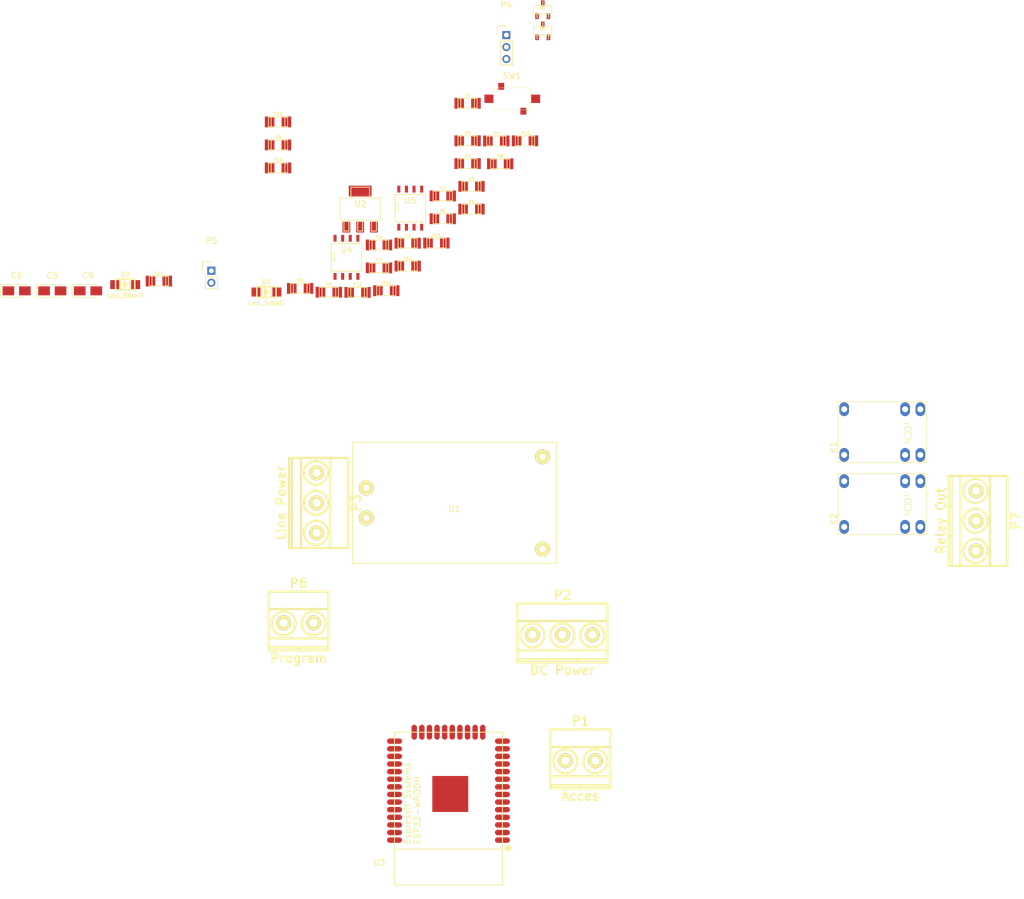
<source format=kicad_pcb>
(kicad_pcb (version 4) (host pcbnew 4.0.7)

  (general
    (links 95)
    (no_connects 95)
    (area 8 5 101.275001 133.299)
    (thickness 1.6)
    (drawings 0)
    (tracks 0)
    (zones 0)
    (modules 45)
    (nets 57)
  )

  (page A4)
  (layers
    (0 F.Cu signal)
    (31 B.Cu signal)
    (32 B.Adhes user)
    (33 F.Adhes user)
    (34 B.Paste user)
    (35 F.Paste user)
    (36 B.SilkS user)
    (37 F.SilkS user)
    (38 B.Mask user)
    (39 F.Mask user)
    (40 Dwgs.User user)
    (41 Cmts.User user)
    (42 Eco1.User user)
    (43 Eco2.User user)
    (44 Edge.Cuts user)
    (45 Margin user)
    (46 B.CrtYd user)
    (47 F.CrtYd user)
    (48 B.Fab user)
    (49 F.Fab user)
  )

  (setup
    (last_trace_width 0.25)
    (trace_clearance 0.2)
    (zone_clearance 0.508)
    (zone_45_only no)
    (trace_min 0.2)
    (segment_width 0.2)
    (edge_width 0.15)
    (via_size 0.6)
    (via_drill 0.4)
    (via_min_size 0.4)
    (via_min_drill 0.3)
    (uvia_size 0.3)
    (uvia_drill 0.1)
    (uvias_allowed no)
    (uvia_min_size 0.2)
    (uvia_min_drill 0.1)
    (pcb_text_width 0.3)
    (pcb_text_size 1.5 1.5)
    (mod_edge_width 0.15)
    (mod_text_size 1 1)
    (mod_text_width 0.15)
    (pad_size 1.524 1.524)
    (pad_drill 0.762)
    (pad_to_mask_clearance 0.2)
    (aux_axis_origin 0 0)
    (visible_elements 7FFFFFFF)
    (pcbplotparams
      (layerselection 0x00030_80000001)
      (usegerberextensions false)
      (excludeedgelayer true)
      (linewidth 0.150000)
      (plotframeref false)
      (viasonmask false)
      (mode 1)
      (useauxorigin false)
      (hpglpennumber 1)
      (hpglpenspeed 20)
      (hpglpendiameter 15)
      (hpglpenoverlay 2)
      (psnegative false)
      (psa4output false)
      (plotreference true)
      (plotvalue true)
      (plotinvisibletext false)
      (padsonsilk false)
      (subtractmaskfromsilk false)
      (outputformat 1)
      (mirror false)
      (drillshape 1)
      (scaleselection 1)
      (outputdirectory ""))
  )

  (net 0 "")
  (net 1 Enable/Reset)
  (net 2 GND)
  (net 3 S1)
  (net 4 S2)
  (net 5 +3V3)
  (net 6 +5V)
  (net 7 "Net-(C11-Pad2)")
  (net 8 "Net-(C13-Pad2)")
  (net 9 "Net-(D1-Pad1)")
  (net 10 "Net-(D1-Pad2)")
  (net 11 "Net-(D2-Pad1)")
  (net 12 "Net-(D2-Pad2)")
  (net 13 "Out-712(1)")
  (net 14 "Net-(K1-Pad7)")
  (net 15 RLY1)
  (net 16 "Out-712(2)")
  (net 17 "Net-(K2-Pad7)")
  (net 18 RLY2)
  (net 19 Lin)
  (net 20 Neu)
  (net 21 PIR)
  (net 22 TXD)
  (net 23 RXD)
  (net 24 Program)
  (net 25 °C)
  (net 26 "Net-(Q1-Pad1)")
  (net 27 "Net-(Q2-Pad1)")
  (net 28 "Net-(R4-Pad1)")
  (net 29 Rel_K1)
  (net 30 Rel_K2)
  (net 31 ADC_2)
  (net 32 "Net-(R10-Pad2)")
  (net 33 ADC_1)
  (net 34 "Net-(R11-Pad2)")
  (net 35 "Net-(U3-Pad33)")
  (net 36 "Net-(U3-Pad32)")
  (net 37 "Net-(U3-Pad30)")
  (net 38 "Net-(U3-Pad28)")
  (net 39 "Net-(U3-Pad26)")
  (net 40 "Net-(U3-Pad23)")
  (net 41 "Net-(U3-Pad22)")
  (net 42 "Net-(U3-Pad21)")
  (net 43 "Net-(U3-Pad20)")
  (net 44 "Net-(U3-Pad19)")
  (net 45 "Net-(U3-Pad18)")
  (net 46 "Net-(U3-Pad17)")
  (net 47 "Net-(U3-Pad16)")
  (net 48 "Net-(U3-Pad12)")
  (net 49 "Net-(U3-Pad11)")
  (net 50 "Net-(U3-Pad10)")
  (net 51 "Net-(U3-Pad9)")
  (net 52 "Net-(U3-Pad8)")
  (net 53 "Net-(U3-Pad7)")
  (net 54 "Net-(U3-Pad5)")
  (net 55 "Net-(U3-Pad4)")
  (net 56 "Net-(U3-Pad39)")

  (net_class Default "Esta es la clase de red por defecto."
    (clearance 0.2)
    (trace_width 0.25)
    (via_dia 0.6)
    (via_drill 0.4)
    (uvia_dia 0.3)
    (uvia_drill 0.1)
    (add_net +3V3)
    (add_net +5V)
    (add_net ADC_1)
    (add_net ADC_2)
    (add_net Enable/Reset)
    (add_net GND)
    (add_net Lin)
    (add_net "Net-(C11-Pad2)")
    (add_net "Net-(C13-Pad2)")
    (add_net "Net-(D1-Pad1)")
    (add_net "Net-(D1-Pad2)")
    (add_net "Net-(D2-Pad1)")
    (add_net "Net-(D2-Pad2)")
    (add_net "Net-(K1-Pad7)")
    (add_net "Net-(K2-Pad7)")
    (add_net "Net-(Q1-Pad1)")
    (add_net "Net-(Q2-Pad1)")
    (add_net "Net-(R10-Pad2)")
    (add_net "Net-(R11-Pad2)")
    (add_net "Net-(R4-Pad1)")
    (add_net "Net-(U3-Pad10)")
    (add_net "Net-(U3-Pad11)")
    (add_net "Net-(U3-Pad12)")
    (add_net "Net-(U3-Pad16)")
    (add_net "Net-(U3-Pad17)")
    (add_net "Net-(U3-Pad18)")
    (add_net "Net-(U3-Pad19)")
    (add_net "Net-(U3-Pad20)")
    (add_net "Net-(U3-Pad21)")
    (add_net "Net-(U3-Pad22)")
    (add_net "Net-(U3-Pad23)")
    (add_net "Net-(U3-Pad26)")
    (add_net "Net-(U3-Pad28)")
    (add_net "Net-(U3-Pad30)")
    (add_net "Net-(U3-Pad32)")
    (add_net "Net-(U3-Pad33)")
    (add_net "Net-(U3-Pad39)")
    (add_net "Net-(U3-Pad4)")
    (add_net "Net-(U3-Pad5)")
    (add_net "Net-(U3-Pad7)")
    (add_net "Net-(U3-Pad8)")
    (add_net "Net-(U3-Pad9)")
    (add_net Neu)
    (add_net "Out-712(1)")
    (add_net "Out-712(2)")
    (add_net PIR)
    (add_net Program)
    (add_net RLY1)
    (add_net RLY2)
    (add_net RXD)
    (add_net Rel_K1)
    (add_net Rel_K2)
    (add_net S1)
    (add_net S2)
    (add_net TXD)
    (add_net °C)
  )

  (module w_smd_cap:c_1206 (layer F.Cu) (tedit 0) (tstamp 5A0DD3AF)
    (at 86.1871 22.355356)
    (descr "SMT capacitor, 1206")
    (path /59AA124C)
    (fp_text reference C1 (at 0.0254 -1.2954) (layer F.SilkS)
      (effects (font (size 0.50038 0.50038) (thickness 0.11938)))
    )
    (fp_text value C_Small (at 0 1.27) (layer F.SilkS) hide
      (effects (font (size 0.50038 0.50038) (thickness 0.11938)))
    )
    (fp_line (start 1.143 0.8128) (end 1.143 -0.8128) (layer F.SilkS) (width 0.127))
    (fp_line (start -1.143 -0.8128) (end -1.143 0.8128) (layer F.SilkS) (width 0.127))
    (fp_line (start -1.6002 -0.8128) (end -1.6002 0.8128) (layer F.SilkS) (width 0.127))
    (fp_line (start -1.6002 0.8128) (end 1.6002 0.8128) (layer F.SilkS) (width 0.127))
    (fp_line (start 1.6002 0.8128) (end 1.6002 -0.8128) (layer F.SilkS) (width 0.127))
    (fp_line (start 1.6002 -0.8128) (end -1.6002 -0.8128) (layer F.SilkS) (width 0.127))
    (pad 1 smd rect (at 1.397 0) (size 1.6002 1.8034) (layers F.Cu F.Paste F.Mask)
      (net 3 S1))
    (pad 2 smd rect (at -1.397 0) (size 1.6002 1.8034) (layers F.Cu F.Paste F.Mask)
      (net 2 GND))
    (model walter/smd_cap/c_1206.wrl
      (at (xyz 0 0 0))
      (scale (xyz 1 1 1))
      (rotate (xyz 0 0 0))
    )
  )

  (module w_smd_cap:c_1206 (layer F.Cu) (tedit 0) (tstamp 5A0DD3B5)
    (at 76.1971 45.695356)
    (descr "SMT capacitor, 1206")
    (path /59AA12A1)
    (fp_text reference C2 (at 0.0254 -1.2954) (layer F.SilkS)
      (effects (font (size 0.50038 0.50038) (thickness 0.11938)))
    )
    (fp_text value C_Small (at 0 1.27) (layer F.SilkS) hide
      (effects (font (size 0.50038 0.50038) (thickness 0.11938)))
    )
    (fp_line (start 1.143 0.8128) (end 1.143 -0.8128) (layer F.SilkS) (width 0.127))
    (fp_line (start -1.143 -0.8128) (end -1.143 0.8128) (layer F.SilkS) (width 0.127))
    (fp_line (start -1.6002 -0.8128) (end -1.6002 0.8128) (layer F.SilkS) (width 0.127))
    (fp_line (start -1.6002 0.8128) (end 1.6002 0.8128) (layer F.SilkS) (width 0.127))
    (fp_line (start 1.6002 0.8128) (end 1.6002 -0.8128) (layer F.SilkS) (width 0.127))
    (fp_line (start 1.6002 -0.8128) (end -1.6002 -0.8128) (layer F.SilkS) (width 0.127))
    (pad 1 smd rect (at 1.397 0) (size 1.6002 1.8034) (layers F.Cu F.Paste F.Mask)
      (net 4 S2))
    (pad 2 smd rect (at -1.397 0) (size 1.6002 1.8034) (layers F.Cu F.Paste F.Mask)
      (net 2 GND))
    (model walter/smd_cap/c_1206.wrl
      (at (xyz 0 0 0))
      (scale (xyz 1 1 1))
      (rotate (xyz 0 0 0))
    )
  )

  (module w_smd_cap:c_1206 (layer F.Cu) (tedit 0) (tstamp 5A0DD3BB)
    (at 82.0471 37.805356)
    (descr "SMT capacitor, 1206")
    (path /59ADB985)
    (fp_text reference C3 (at 0.0254 -1.2954) (layer F.SilkS)
      (effects (font (size 0.50038 0.50038) (thickness 0.11938)))
    )
    (fp_text value 1nF (at 0 1.27) (layer F.SilkS) hide
      (effects (font (size 0.50038 0.50038) (thickness 0.11938)))
    )
    (fp_line (start 1.143 0.8128) (end 1.143 -0.8128) (layer F.SilkS) (width 0.127))
    (fp_line (start -1.143 -0.8128) (end -1.143 0.8128) (layer F.SilkS) (width 0.127))
    (fp_line (start -1.6002 -0.8128) (end -1.6002 0.8128) (layer F.SilkS) (width 0.127))
    (fp_line (start -1.6002 0.8128) (end 1.6002 0.8128) (layer F.SilkS) (width 0.127))
    (fp_line (start 1.6002 0.8128) (end 1.6002 -0.8128) (layer F.SilkS) (width 0.127))
    (fp_line (start 1.6002 -0.8128) (end -1.6002 -0.8128) (layer F.SilkS) (width 0.127))
    (pad 1 smd rect (at 1.397 0) (size 1.6002 1.8034) (layers F.Cu F.Paste F.Mask)
      (net 1 Enable/Reset))
    (pad 2 smd rect (at -1.397 0) (size 1.6002 1.8034) (layers F.Cu F.Paste F.Mask)
      (net 2 GND))
    (model walter/smd_cap/c_1206.wrl
      (at (xyz 0 0 0))
      (scale (xyz 1 1 1))
      (rotate (xyz 0 0 0))
    )
  )

  (module w_smd_cap:c_1206 (layer F.Cu) (tedit 0) (tstamp 5A0DD3C1)
    (at 90.9771 28.635356)
    (descr "SMT capacitor, 1206")
    (path /59ADFCB1)
    (fp_text reference C4 (at 0.0254 -1.2954) (layer F.SilkS)
      (effects (font (size 0.50038 0.50038) (thickness 0.11938)))
    )
    (fp_text value 100uF (at 0 1.27) (layer F.SilkS) hide
      (effects (font (size 0.50038 0.50038) (thickness 0.11938)))
    )
    (fp_line (start 1.143 0.8128) (end 1.143 -0.8128) (layer F.SilkS) (width 0.127))
    (fp_line (start -1.143 -0.8128) (end -1.143 0.8128) (layer F.SilkS) (width 0.127))
    (fp_line (start -1.6002 -0.8128) (end -1.6002 0.8128) (layer F.SilkS) (width 0.127))
    (fp_line (start -1.6002 0.8128) (end 1.6002 0.8128) (layer F.SilkS) (width 0.127))
    (fp_line (start 1.6002 0.8128) (end 1.6002 -0.8128) (layer F.SilkS) (width 0.127))
    (fp_line (start 1.6002 -0.8128) (end -1.6002 -0.8128) (layer F.SilkS) (width 0.127))
    (pad 1 smd rect (at 1.397 0) (size 1.6002 1.8034) (layers F.Cu F.Paste F.Mask)
      (net 5 +3V3))
    (pad 2 smd rect (at -1.397 0) (size 1.6002 1.8034) (layers F.Cu F.Paste F.Mask)
      (net 2 GND))
    (model walter/smd_cap/c_1206.wrl
      (at (xyz 0 0 0))
      (scale (xyz 1 1 1))
      (rotate (xyz 0 0 0))
    )
  )

  (module Capacitors_Tantalum_SMD:CP_Tantalum_Case-A_EIA-3216-18_Reflow (layer F.Cu) (tedit 58CC8C08) (tstamp 5A0DD3C7)
    (at 16.925001 53.635)
    (descr "Tantalum capacitor, Case A, EIA 3216-18, 3.2x1.6x1.6mm, Reflow soldering footprint")
    (tags "capacitor tantalum smd")
    (path /59AAC855)
    (attr smd)
    (fp_text reference C5 (at 0 -2.55) (layer F.SilkS)
      (effects (font (size 1 1) (thickness 0.15)))
    )
    (fp_text value 1uF (at 0 2.55) (layer F.Fab)
      (effects (font (size 1 1) (thickness 0.15)))
    )
    (fp_text user %R (at 0 0) (layer F.Fab)
      (effects (font (size 0.7 0.7) (thickness 0.105)))
    )
    (fp_line (start -2.75 -1.2) (end -2.75 1.2) (layer F.CrtYd) (width 0.05))
    (fp_line (start -2.75 1.2) (end 2.75 1.2) (layer F.CrtYd) (width 0.05))
    (fp_line (start 2.75 1.2) (end 2.75 -1.2) (layer F.CrtYd) (width 0.05))
    (fp_line (start 2.75 -1.2) (end -2.75 -1.2) (layer F.CrtYd) (width 0.05))
    (fp_line (start -1.6 -0.8) (end -1.6 0.8) (layer F.Fab) (width 0.1))
    (fp_line (start -1.6 0.8) (end 1.6 0.8) (layer F.Fab) (width 0.1))
    (fp_line (start 1.6 0.8) (end 1.6 -0.8) (layer F.Fab) (width 0.1))
    (fp_line (start 1.6 -0.8) (end -1.6 -0.8) (layer F.Fab) (width 0.1))
    (fp_line (start -1.28 -0.8) (end -1.28 0.8) (layer F.Fab) (width 0.1))
    (fp_line (start -1.12 -0.8) (end -1.12 0.8) (layer F.Fab) (width 0.1))
    (fp_line (start -2.65 -1.05) (end 1.6 -1.05) (layer F.SilkS) (width 0.12))
    (fp_line (start -2.65 1.05) (end 1.6 1.05) (layer F.SilkS) (width 0.12))
    (fp_line (start -2.65 -1.05) (end -2.65 1.05) (layer F.SilkS) (width 0.12))
    (pad 1 smd rect (at -1.375 0) (size 1.95 1.5) (layers F.Cu F.Paste F.Mask)
      (net 5 +3V3))
    (pad 2 smd rect (at 1.375 0) (size 1.95 1.5) (layers F.Cu F.Paste F.Mask)
      (net 2 GND))
    (model Capacitors_Tantalum_SMD.3dshapes/CP_Tantalum_Case-A_EIA-3216-18.wrl
      (at (xyz 0 0 0))
      (scale (xyz 1 1 1))
      (rotate (xyz 0 0 0))
    )
  )

  (module Capacitors_Tantalum_SMD:CP_Tantalum_Case-A_EIA-3216-18_Reflow (layer F.Cu) (tedit 58CC8C08) (tstamp 5A0DD3CD)
    (at 10.975001 53.635)
    (descr "Tantalum capacitor, Case A, EIA 3216-18, 3.2x1.6x1.6mm, Reflow soldering footprint")
    (tags "capacitor tantalum smd")
    (path /59A95F5B)
    (attr smd)
    (fp_text reference C6 (at 0 -2.55) (layer F.SilkS)
      (effects (font (size 1 1) (thickness 0.15)))
    )
    (fp_text value 10uF (at 0 2.55) (layer F.Fab)
      (effects (font (size 1 1) (thickness 0.15)))
    )
    (fp_text user %R (at 0 0) (layer F.Fab)
      (effects (font (size 0.7 0.7) (thickness 0.105)))
    )
    (fp_line (start -2.75 -1.2) (end -2.75 1.2) (layer F.CrtYd) (width 0.05))
    (fp_line (start -2.75 1.2) (end 2.75 1.2) (layer F.CrtYd) (width 0.05))
    (fp_line (start 2.75 1.2) (end 2.75 -1.2) (layer F.CrtYd) (width 0.05))
    (fp_line (start 2.75 -1.2) (end -2.75 -1.2) (layer F.CrtYd) (width 0.05))
    (fp_line (start -1.6 -0.8) (end -1.6 0.8) (layer F.Fab) (width 0.1))
    (fp_line (start -1.6 0.8) (end 1.6 0.8) (layer F.Fab) (width 0.1))
    (fp_line (start 1.6 0.8) (end 1.6 -0.8) (layer F.Fab) (width 0.1))
    (fp_line (start 1.6 -0.8) (end -1.6 -0.8) (layer F.Fab) (width 0.1))
    (fp_line (start -1.28 -0.8) (end -1.28 0.8) (layer F.Fab) (width 0.1))
    (fp_line (start -1.12 -0.8) (end -1.12 0.8) (layer F.Fab) (width 0.1))
    (fp_line (start -2.65 -1.05) (end 1.6 -1.05) (layer F.SilkS) (width 0.12))
    (fp_line (start -2.65 1.05) (end 1.6 1.05) (layer F.SilkS) (width 0.12))
    (fp_line (start -2.65 -1.05) (end -2.65 1.05) (layer F.SilkS) (width 0.12))
    (pad 1 smd rect (at -1.375 0) (size 1.95 1.5) (layers F.Cu F.Paste F.Mask)
      (net 6 +5V))
    (pad 2 smd rect (at 1.375 0) (size 1.95 1.5) (layers F.Cu F.Paste F.Mask)
      (net 2 GND))
    (model Capacitors_Tantalum_SMD.3dshapes/CP_Tantalum_Case-A_EIA-3216-18.wrl
      (at (xyz 0 0 0))
      (scale (xyz 1 1 1))
      (rotate (xyz 0 0 0))
    )
  )

  (module w_smd_cap:c_1206 (layer F.Cu) (tedit 0) (tstamp 5A0DD3D3)
    (at 71.4071 49.805356)
    (descr "SMT capacitor, 1206")
    (path /59A95919)
    (fp_text reference C7 (at 0.0254 -1.2954) (layer F.SilkS)
      (effects (font (size 0.50038 0.50038) (thickness 0.11938)))
    )
    (fp_text value C_Small (at 0 1.27) (layer F.SilkS) hide
      (effects (font (size 0.50038 0.50038) (thickness 0.11938)))
    )
    (fp_line (start 1.143 0.8128) (end 1.143 -0.8128) (layer F.SilkS) (width 0.127))
    (fp_line (start -1.143 -0.8128) (end -1.143 0.8128) (layer F.SilkS) (width 0.127))
    (fp_line (start -1.6002 -0.8128) (end -1.6002 0.8128) (layer F.SilkS) (width 0.127))
    (fp_line (start -1.6002 0.8128) (end 1.6002 0.8128) (layer F.SilkS) (width 0.127))
    (fp_line (start 1.6002 0.8128) (end 1.6002 -0.8128) (layer F.SilkS) (width 0.127))
    (fp_line (start 1.6002 -0.8128) (end -1.6002 -0.8128) (layer F.SilkS) (width 0.127))
    (pad 1 smd rect (at 1.397 0) (size 1.6002 1.8034) (layers F.Cu F.Paste F.Mask)
      (net 6 +5V))
    (pad 2 smd rect (at -1.397 0) (size 1.6002 1.8034) (layers F.Cu F.Paste F.Mask)
      (net 2 GND))
    (model walter/smd_cap/c_1206.wrl
      (at (xyz 0 0 0))
      (scale (xyz 1 1 1))
      (rotate (xyz 0 0 0))
    )
  )

  (module w_smd_cap:c_1206 (layer F.Cu) (tedit 0) (tstamp 5A0DD3D9)
    (at 54.5671 29.295356)
    (descr "SMT capacitor, 1206")
    (path /59A9584E)
    (fp_text reference C8 (at 0.0254 -1.2954) (layer F.SilkS)
      (effects (font (size 0.50038 0.50038) (thickness 0.11938)))
    )
    (fp_text value C_Small (at 0 1.27) (layer F.SilkS) hide
      (effects (font (size 0.50038 0.50038) (thickness 0.11938)))
    )
    (fp_line (start 1.143 0.8128) (end 1.143 -0.8128) (layer F.SilkS) (width 0.127))
    (fp_line (start -1.143 -0.8128) (end -1.143 0.8128) (layer F.SilkS) (width 0.127))
    (fp_line (start -1.6002 -0.8128) (end -1.6002 0.8128) (layer F.SilkS) (width 0.127))
    (fp_line (start -1.6002 0.8128) (end 1.6002 0.8128) (layer F.SilkS) (width 0.127))
    (fp_line (start 1.6002 0.8128) (end 1.6002 -0.8128) (layer F.SilkS) (width 0.127))
    (fp_line (start 1.6002 -0.8128) (end -1.6002 -0.8128) (layer F.SilkS) (width 0.127))
    (pad 1 smd rect (at 1.397 0) (size 1.6002 1.8034) (layers F.Cu F.Paste F.Mask)
      (net 5 +3V3))
    (pad 2 smd rect (at -1.397 0) (size 1.6002 1.8034) (layers F.Cu F.Paste F.Mask)
      (net 2 GND))
    (model walter/smd_cap/c_1206.wrl
      (at (xyz 0 0 0))
      (scale (xyz 1 1 1))
      (rotate (xyz 0 0 0))
    )
  )

  (module Capacitors_Tantalum_SMD:CP_Tantalum_Case-A_EIA-3216-18_Reflow (layer F.Cu) (tedit 58CC8C08) (tstamp 5A0DD3DF)
    (at 22.875001 53.635)
    (descr "Tantalum capacitor, Case A, EIA 3216-18, 3.2x1.6x1.6mm, Reflow soldering footprint")
    (tags "capacitor tantalum smd")
    (path /59A95B88)
    (attr smd)
    (fp_text reference C9 (at 0 -2.55) (layer F.SilkS)
      (effects (font (size 1 1) (thickness 0.15)))
    )
    (fp_text value 22uF (at 0 2.55) (layer F.Fab)
      (effects (font (size 1 1) (thickness 0.15)))
    )
    (fp_text user %R (at 0 0) (layer F.Fab)
      (effects (font (size 0.7 0.7) (thickness 0.105)))
    )
    (fp_line (start -2.75 -1.2) (end -2.75 1.2) (layer F.CrtYd) (width 0.05))
    (fp_line (start -2.75 1.2) (end 2.75 1.2) (layer F.CrtYd) (width 0.05))
    (fp_line (start 2.75 1.2) (end 2.75 -1.2) (layer F.CrtYd) (width 0.05))
    (fp_line (start 2.75 -1.2) (end -2.75 -1.2) (layer F.CrtYd) (width 0.05))
    (fp_line (start -1.6 -0.8) (end -1.6 0.8) (layer F.Fab) (width 0.1))
    (fp_line (start -1.6 0.8) (end 1.6 0.8) (layer F.Fab) (width 0.1))
    (fp_line (start 1.6 0.8) (end 1.6 -0.8) (layer F.Fab) (width 0.1))
    (fp_line (start 1.6 -0.8) (end -1.6 -0.8) (layer F.Fab) (width 0.1))
    (fp_line (start -1.28 -0.8) (end -1.28 0.8) (layer F.Fab) (width 0.1))
    (fp_line (start -1.12 -0.8) (end -1.12 0.8) (layer F.Fab) (width 0.1))
    (fp_line (start -2.65 -1.05) (end 1.6 -1.05) (layer F.SilkS) (width 0.12))
    (fp_line (start -2.65 1.05) (end 1.6 1.05) (layer F.SilkS) (width 0.12))
    (fp_line (start -2.65 -1.05) (end -2.65 1.05) (layer F.SilkS) (width 0.12))
    (pad 1 smd rect (at -1.375 0) (size 1.95 1.5) (layers F.Cu F.Paste F.Mask)
      (net 5 +3V3))
    (pad 2 smd rect (at 1.375 0) (size 1.95 1.5) (layers F.Cu F.Paste F.Mask)
      (net 2 GND))
    (model Capacitors_Tantalum_SMD.3dshapes/CP_Tantalum_Case-A_EIA-3216-18.wrl
      (at (xyz 0 0 0))
      (scale (xyz 1 1 1))
      (rotate (xyz 0 0 0))
    )
  )

  (module w_smd_cap:c_1206 (layer F.Cu) (tedit 0) (tstamp 5A0DD3E5)
    (at 54.5671 33.125356)
    (descr "SMT capacitor, 1206")
    (path /59B03707)
    (fp_text reference C10 (at 0.0254 -1.2954) (layer F.SilkS)
      (effects (font (size 0.50038 0.50038) (thickness 0.11938)))
    )
    (fp_text value 100pF (at 0 1.27) (layer F.SilkS) hide
      (effects (font (size 0.50038 0.50038) (thickness 0.11938)))
    )
    (fp_line (start 1.143 0.8128) (end 1.143 -0.8128) (layer F.SilkS) (width 0.127))
    (fp_line (start -1.143 -0.8128) (end -1.143 0.8128) (layer F.SilkS) (width 0.127))
    (fp_line (start -1.6002 -0.8128) (end -1.6002 0.8128) (layer F.SilkS) (width 0.127))
    (fp_line (start -1.6002 0.8128) (end 1.6002 0.8128) (layer F.SilkS) (width 0.127))
    (fp_line (start 1.6002 0.8128) (end 1.6002 -0.8128) (layer F.SilkS) (width 0.127))
    (fp_line (start 1.6002 -0.8128) (end -1.6002 -0.8128) (layer F.SilkS) (width 0.127))
    (pad 1 smd rect (at 1.397 0) (size 1.6002 1.8034) (layers F.Cu F.Paste F.Mask)
      (net 2 GND))
    (pad 2 smd rect (at -1.397 0) (size 1.6002 1.8034) (layers F.Cu F.Paste F.Mask)
      (net 6 +5V))
    (model walter/smd_cap/c_1206.wrl
      (at (xyz 0 0 0))
      (scale (xyz 1 1 1))
      (rotate (xyz 0 0 0))
    )
  )

  (module w_smd_cap:c_1206 (layer F.Cu) (tedit 0) (tstamp 5A0DD3EB)
    (at 34.6971 52.015356)
    (descr "SMT capacitor, 1206")
    (path /59B03A1B)
    (fp_text reference C11 (at 0.0254 -1.2954) (layer F.SilkS)
      (effects (font (size 0.50038 0.50038) (thickness 0.11938)))
    )
    (fp_text value 1nF (at 0 1.27) (layer F.SilkS) hide
      (effects (font (size 0.50038 0.50038) (thickness 0.11938)))
    )
    (fp_line (start 1.143 0.8128) (end 1.143 -0.8128) (layer F.SilkS) (width 0.127))
    (fp_line (start -1.143 -0.8128) (end -1.143 0.8128) (layer F.SilkS) (width 0.127))
    (fp_line (start -1.6002 -0.8128) (end -1.6002 0.8128) (layer F.SilkS) (width 0.127))
    (fp_line (start -1.6002 0.8128) (end 1.6002 0.8128) (layer F.SilkS) (width 0.127))
    (fp_line (start 1.6002 0.8128) (end 1.6002 -0.8128) (layer F.SilkS) (width 0.127))
    (fp_line (start 1.6002 -0.8128) (end -1.6002 -0.8128) (layer F.SilkS) (width 0.127))
    (pad 1 smd rect (at 1.397 0) (size 1.6002 1.8034) (layers F.Cu F.Paste F.Mask)
      (net 2 GND))
    (pad 2 smd rect (at -1.397 0) (size 1.6002 1.8034) (layers F.Cu F.Paste F.Mask)
      (net 7 "Net-(C11-Pad2)"))
    (model walter/smd_cap/c_1206.wrl
      (at (xyz 0 0 0))
      (scale (xyz 1 1 1))
      (rotate (xyz 0 0 0))
    )
  )

  (module w_smd_cap:c_1206 (layer F.Cu) (tedit 0) (tstamp 5A0DD3F1)
    (at 67.8371 53.895356)
    (descr "SMT capacitor, 1206")
    (path /59B059C8)
    (fp_text reference C12 (at 0.0254 -1.2954) (layer F.SilkS)
      (effects (font (size 0.50038 0.50038) (thickness 0.11938)))
    )
    (fp_text value 100pF (at 0 1.27) (layer F.SilkS) hide
      (effects (font (size 0.50038 0.50038) (thickness 0.11938)))
    )
    (fp_line (start 1.143 0.8128) (end 1.143 -0.8128) (layer F.SilkS) (width 0.127))
    (fp_line (start -1.143 -0.8128) (end -1.143 0.8128) (layer F.SilkS) (width 0.127))
    (fp_line (start -1.6002 -0.8128) (end -1.6002 0.8128) (layer F.SilkS) (width 0.127))
    (fp_line (start -1.6002 0.8128) (end 1.6002 0.8128) (layer F.SilkS) (width 0.127))
    (fp_line (start 1.6002 0.8128) (end 1.6002 -0.8128) (layer F.SilkS) (width 0.127))
    (fp_line (start 1.6002 -0.8128) (end -1.6002 -0.8128) (layer F.SilkS) (width 0.127))
    (pad 1 smd rect (at 1.397 0) (size 1.6002 1.8034) (layers F.Cu F.Paste F.Mask)
      (net 2 GND))
    (pad 2 smd rect (at -1.397 0) (size 1.6002 1.8034) (layers F.Cu F.Paste F.Mask)
      (net 6 +5V))
    (model walter/smd_cap/c_1206.wrl
      (at (xyz 0 0 0))
      (scale (xyz 1 1 1))
      (rotate (xyz 0 0 0))
    )
  )

  (module w_smd_cap:c_1206 (layer F.Cu) (tedit 0) (tstamp 5A0DD3F7)
    (at 54.5671 25.465356)
    (descr "SMT capacitor, 1206")
    (path /59B068B6)
    (fp_text reference C13 (at 0.0254 -1.2954) (layer F.SilkS)
      (effects (font (size 0.50038 0.50038) (thickness 0.11938)))
    )
    (fp_text value 1nF (at 0 1.27) (layer F.SilkS) hide
      (effects (font (size 0.50038 0.50038) (thickness 0.11938)))
    )
    (fp_line (start 1.143 0.8128) (end 1.143 -0.8128) (layer F.SilkS) (width 0.127))
    (fp_line (start -1.143 -0.8128) (end -1.143 0.8128) (layer F.SilkS) (width 0.127))
    (fp_line (start -1.6002 -0.8128) (end -1.6002 0.8128) (layer F.SilkS) (width 0.127))
    (fp_line (start -1.6002 0.8128) (end 1.6002 0.8128) (layer F.SilkS) (width 0.127))
    (fp_line (start 1.6002 0.8128) (end 1.6002 -0.8128) (layer F.SilkS) (width 0.127))
    (fp_line (start 1.6002 -0.8128) (end -1.6002 -0.8128) (layer F.SilkS) (width 0.127))
    (pad 1 smd rect (at 1.397 0) (size 1.6002 1.8034) (layers F.Cu F.Paste F.Mask)
      (net 2 GND))
    (pad 2 smd rect (at -1.397 0) (size 1.6002 1.8034) (layers F.Cu F.Paste F.Mask)
      (net 8 "Net-(C13-Pad2)"))
    (model walter/smd_cap/c_1206.wrl
      (at (xyz 0 0 0))
      (scale (xyz 1 1 1))
      (rotate (xyz 0 0 0))
    )
  )

  (module w_smd_leds:Led_1206 (layer F.Cu) (tedit 0) (tstamp 5A0DD3FD)
    (at 52.63895 53.836)
    (descr "SMD LED_ 1206")
    (path /59A9C482)
    (fp_text reference D1 (at 0 -1.651) (layer F.SilkS)
      (effects (font (size 0.8001 0.8001) (thickness 0.14986)))
    )
    (fp_text value Led_Small (at 0 1.80086) (layer F.SilkS)
      (effects (font (size 0.8001 0.8001) (thickness 0.14986)))
    )
    (fp_line (start 0 -0.20066) (end 0 0.09906) (layer F.SilkS) (width 0.254))
    (fp_line (start -0.09906 0.29972) (end -0.09906 -0.29972) (layer F.SilkS) (width 0.254))
    (fp_line (start -0.29972 -0.59944) (end -0.29972 0.59944) (layer F.SilkS) (width 0.254))
    (fp_line (start -0.29972 0.59944) (end 0.29972 0) (layer F.SilkS) (width 0.254))
    (fp_line (start 0.29972 0) (end -0.29972 -0.59944) (layer F.SilkS) (width 0.254))
    (fp_line (start 0.8001 0.89916) (end 0.8001 -0.89916) (layer F.SilkS) (width 0.254))
    (fp_line (start -0.8001 -0.89916) (end -0.8001 0.89916) (layer F.SilkS) (width 0.254))
    (fp_line (start -1.6002 -0.89916) (end 1.6002 -0.89916) (layer F.SilkS) (width 0.254))
    (fp_line (start 1.6002 -0.89916) (end 1.6002 0.89916) (layer F.SilkS) (width 0.254))
    (fp_line (start 1.6002 0.89916) (end -1.6002 0.89916) (layer F.SilkS) (width 0.254))
    (fp_line (start -1.6002 0.89916) (end -1.6002 -0.89916) (layer F.SilkS) (width 0.254))
    (pad 1 smd rect (at -1.74752 0) (size 1.4986 1.4986) (layers F.Cu F.Paste F.Mask)
      (net 9 "Net-(D1-Pad1)"))
    (pad 2 smd rect (at 1.74752 0) (size 1.4986 1.4986) (layers F.Cu F.Paste F.Mask)
      (net 10 "Net-(D1-Pad2)"))
    (model walter/smd_leds/led_1206.wrl
      (at (xyz 0 0 0))
      (scale (xyz 1 1 1))
      (rotate (xyz 0 0 0))
    )
  )

  (module w_smd_leds:Led_1206 (layer F.Cu) (tedit 0) (tstamp 5A0DD403)
    (at 29.07895 52.596)
    (descr "SMD LED_ 1206")
    (path /59A9C796)
    (fp_text reference D2 (at 0 -1.651) (layer F.SilkS)
      (effects (font (size 0.8001 0.8001) (thickness 0.14986)))
    )
    (fp_text value Led_Small (at 0 1.80086) (layer F.SilkS)
      (effects (font (size 0.8001 0.8001) (thickness 0.14986)))
    )
    (fp_line (start 0 -0.20066) (end 0 0.09906) (layer F.SilkS) (width 0.254))
    (fp_line (start -0.09906 0.29972) (end -0.09906 -0.29972) (layer F.SilkS) (width 0.254))
    (fp_line (start -0.29972 -0.59944) (end -0.29972 0.59944) (layer F.SilkS) (width 0.254))
    (fp_line (start -0.29972 0.59944) (end 0.29972 0) (layer F.SilkS) (width 0.254))
    (fp_line (start 0.29972 0) (end -0.29972 -0.59944) (layer F.SilkS) (width 0.254))
    (fp_line (start 0.8001 0.89916) (end 0.8001 -0.89916) (layer F.SilkS) (width 0.254))
    (fp_line (start -0.8001 -0.89916) (end -0.8001 0.89916) (layer F.SilkS) (width 0.254))
    (fp_line (start -1.6002 -0.89916) (end 1.6002 -0.89916) (layer F.SilkS) (width 0.254))
    (fp_line (start 1.6002 -0.89916) (end 1.6002 0.89916) (layer F.SilkS) (width 0.254))
    (fp_line (start 1.6002 0.89916) (end -1.6002 0.89916) (layer F.SilkS) (width 0.254))
    (fp_line (start -1.6002 0.89916) (end -1.6002 -0.89916) (layer F.SilkS) (width 0.254))
    (pad 1 smd rect (at -1.74752 0) (size 1.4986 1.4986) (layers F.Cu F.Paste F.Mask)
      (net 11 "Net-(D2-Pad1)"))
    (pad 2 smd rect (at 1.74752 0) (size 1.4986 1.4986) (layers F.Cu F.Paste F.Mask)
      (net 12 "Net-(D2-Pad2)"))
    (model walter/smd_leds/led_1206.wrl
      (at (xyz 0 0 0))
      (scale (xyz 1 1 1))
      (rotate (xyz 0 0 0))
    )
  )

  (module HJR4102:Relay_SPDT_HJR-4102 (layer F.Cu) (tedit 58FA2D90) (tstamp 5A0DD40D)
    (at 149 81 90)
    (descr "IM Signal Relay SPDT HJR-4102")
    (tags "Relay SPDT IM-relay HJR-4102")
    (path /59B031E1)
    (fp_text reference K1 (at 1.27 -1.778 90) (layer F.SilkS)
      (effects (font (size 1 1) (thickness 0.15)))
    )
    (fp_text value TIANBO-HJR-4102 (at 4.064 14.732 90) (layer F.Fab)
      (effects (font (size 1 1) (thickness 0.15)))
    )
    (fp_text user %R (at 3.81 6.35 90) (layer F.Fab)
      (effects (font (size 1 1) (thickness 0.15)))
    )
    (fp_line (start 8.89 -1.016) (end 8.89 13.716) (layer F.SilkS) (width 0.12))
    (fp_line (start 8.89 13.716) (end -1.27 13.716) (layer F.SilkS) (width 0.12))
    (fp_line (start -1.27 13.716) (end -1.27 -1.016) (layer F.SilkS) (width 0.12))
    (fp_line (start -1.5 -1.25) (end 9.15 -1.25) (layer F.CrtYd) (width 0.05))
    (fp_line (start 9.15 -1.25) (end 9.15 13.85) (layer F.CrtYd) (width 0.05))
    (fp_line (start 9.15 13.95) (end -1.5 13.95) (layer F.CrtYd) (width 0.05))
    (fp_line (start -1.5 13.85) (end -1.5 -1.25) (layer F.CrtYd) (width 0.05))
    (fp_line (start -1.27 -1.016) (end 8.89 -1.016) (layer F.SilkS) (width 0.12))
    (fp_line (start -1.016 -0.762) (end 8.636 -0.762) (layer F.Fab) (width 0.1))
    (fp_line (start 8.636 -0.762) (end 8.636 13.462) (layer F.Fab) (width 0.1))
    (fp_line (start 8.636 13.462) (end -1.016 13.462) (layer F.Fab) (width 0.1))
    (fp_line (start -1.016 13.462) (end -1.016 -0.762) (layer F.Fab) (width 0.1))
    (fp_line (start 4.216 10.16) (end 3.581 11.176) (layer F.SilkS) (width 0.12))
    (fp_line (start 2.032 10.033) (end 2.032 10.668) (layer F.SilkS) (width 0.12))
    (fp_line (start 2.032 10.668) (end 2.692 10.668) (layer F.SilkS) (width 0.12))
    (fp_line (start 5.232 10.033) (end 5.232 10.668) (layer F.SilkS) (width 0.12))
    (fp_line (start 5.232 10.668) (end 4.597 10.668) (layer F.SilkS) (width 0.12))
    (fp_line (start 4.597 10.16) (end 2.692 10.16) (layer F.SilkS) (width 0.12))
    (fp_line (start 2.692 10.16) (end 2.692 11.176) (layer F.SilkS) (width 0.12))
    (fp_line (start 2.692 11.176) (end 4.597 11.176) (layer F.SilkS) (width 0.12))
    (fp_line (start 4.597 10.16) (end 4.597 11.176) (layer F.SilkS) (width 0.12))
    (pad 12 thru_hole oval (at 7.62 0 90) (size 2.3 1.6) (drill 1) (layers *.Cu *.Mask)
      (net 13 "Out-712(1)"))
    (pad 8 thru_hole oval (at 7.62 10.16 90) (size 2.3 1.6) (drill 1) (layers *.Cu *.Mask)
      (net 9 "Net-(D1-Pad1)"))
    (pad 1 thru_hole oval (at 0 0 90) (size 2.3 1.6) (drill 1) (layers *.Cu *.Mask))
    (pad 5 thru_hole oval (at 0 10.16 90) (size 2.3 1.6) (drill 1) (layers *.Cu *.Mask)
      (net 6 +5V))
    (pad 7 thru_hole oval (at 7.62 12.7 90) (size 2.3 1.6) (drill 1) (layers *.Cu *.Mask)
      (net 14 "Net-(K1-Pad7)"))
    (pad 6 thru_hole oval (at 0 12.7 90) (size 2.3 1.6) (drill 1) (layers *.Cu *.Mask)
      (net 15 RLY1))
    (model ../../../../../../Users/Juanca/Documents/KiCAD/kicad-library-master/modules/packages3d/Relays_THT.3dshapes/Relay_SPDT_HJR-4102.wrl
      (at (xyz 0 0 0))
      (scale (xyz 0.395 0.395 0.395))
      (rotate (xyz 0 0 90))
    )
  )

  (module HJR4102:Relay_SPDT_HJR-4102 (layer F.Cu) (tedit 58FA2D90) (tstamp 5A0DD417)
    (at 149 93 90)
    (descr "IM Signal Relay SPDT HJR-4102")
    (tags "Relay SPDT IM-relay HJR-4102")
    (path /59B32ADE)
    (fp_text reference K2 (at 1.27 -1.778 90) (layer F.SilkS)
      (effects (font (size 1 1) (thickness 0.15)))
    )
    (fp_text value TIANBO-HJR-4102 (at 4.064 14.732 90) (layer F.Fab)
      (effects (font (size 1 1) (thickness 0.15)))
    )
    (fp_text user %R (at 3.81 6.35 90) (layer F.Fab)
      (effects (font (size 1 1) (thickness 0.15)))
    )
    (fp_line (start 8.89 -1.016) (end 8.89 13.716) (layer F.SilkS) (width 0.12))
    (fp_line (start 8.89 13.716) (end -1.27 13.716) (layer F.SilkS) (width 0.12))
    (fp_line (start -1.27 13.716) (end -1.27 -1.016) (layer F.SilkS) (width 0.12))
    (fp_line (start -1.5 -1.25) (end 9.15 -1.25) (layer F.CrtYd) (width 0.05))
    (fp_line (start 9.15 -1.25) (end 9.15 13.85) (layer F.CrtYd) (width 0.05))
    (fp_line (start 9.15 13.95) (end -1.5 13.95) (layer F.CrtYd) (width 0.05))
    (fp_line (start -1.5 13.85) (end -1.5 -1.25) (layer F.CrtYd) (width 0.05))
    (fp_line (start -1.27 -1.016) (end 8.89 -1.016) (layer F.SilkS) (width 0.12))
    (fp_line (start -1.016 -0.762) (end 8.636 -0.762) (layer F.Fab) (width 0.1))
    (fp_line (start 8.636 -0.762) (end 8.636 13.462) (layer F.Fab) (width 0.1))
    (fp_line (start 8.636 13.462) (end -1.016 13.462) (layer F.Fab) (width 0.1))
    (fp_line (start -1.016 13.462) (end -1.016 -0.762) (layer F.Fab) (width 0.1))
    (fp_line (start 4.216 10.16) (end 3.581 11.176) (layer F.SilkS) (width 0.12))
    (fp_line (start 2.032 10.033) (end 2.032 10.668) (layer F.SilkS) (width 0.12))
    (fp_line (start 2.032 10.668) (end 2.692 10.668) (layer F.SilkS) (width 0.12))
    (fp_line (start 5.232 10.033) (end 5.232 10.668) (layer F.SilkS) (width 0.12))
    (fp_line (start 5.232 10.668) (end 4.597 10.668) (layer F.SilkS) (width 0.12))
    (fp_line (start 4.597 10.16) (end 2.692 10.16) (layer F.SilkS) (width 0.12))
    (fp_line (start 2.692 10.16) (end 2.692 11.176) (layer F.SilkS) (width 0.12))
    (fp_line (start 2.692 11.176) (end 4.597 11.176) (layer F.SilkS) (width 0.12))
    (fp_line (start 4.597 10.16) (end 4.597 11.176) (layer F.SilkS) (width 0.12))
    (pad 12 thru_hole oval (at 7.62 0 90) (size 2.3 1.6) (drill 1) (layers *.Cu *.Mask)
      (net 16 "Out-712(2)"))
    (pad 8 thru_hole oval (at 7.62 10.16 90) (size 2.3 1.6) (drill 1) (layers *.Cu *.Mask)
      (net 11 "Net-(D2-Pad1)"))
    (pad 1 thru_hole oval (at 0 0 90) (size 2.3 1.6) (drill 1) (layers *.Cu *.Mask))
    (pad 5 thru_hole oval (at 0 10.16 90) (size 2.3 1.6) (drill 1) (layers *.Cu *.Mask)
      (net 6 +5V))
    (pad 7 thru_hole oval (at 7.62 12.7 90) (size 2.3 1.6) (drill 1) (layers *.Cu *.Mask)
      (net 17 "Net-(K2-Pad7)"))
    (pad 6 thru_hole oval (at 0 12.7 90) (size 2.3 1.6) (drill 1) (layers *.Cu *.Mask)
      (net 18 RLY2))
    (model ../../../../../../Users/Juanca/Documents/KiCAD/kicad-library-master/modules/packages3d/Relays_THT.3dshapes/Relay_SPDT_HJR-4102.wrl
      (at (xyz 0 0 0))
      (scale (xyz 0.395 0.395 0.395))
      (rotate (xyz 0 0 90))
    )
  )

  (module w_conn_mkds:mkds_1,5-2 (layer F.Cu) (tedit 0) (tstamp 5A0DD41D)
    (at 105 132)
    (descr "2-way 5mm pitch terminal block, Phoenix MKDS series")
    (path /5A0EFF0D)
    (fp_text reference P1 (at 0 -6.6) (layer F.SilkS)
      (effects (font (size 1.5 1.5) (thickness 0.3)))
    )
    (fp_text value Acces (at 0 5.9) (layer F.SilkS)
      (effects (font (size 1.5 1.5) (thickness 0.3)))
    )
    (fp_line (start 0 4.1) (end 0 4.6) (layer F.SilkS) (width 0.381))
    (fp_circle (center 2.5 0.1) (end 0.5 0.1) (layer F.SilkS) (width 0.381))
    (fp_circle (center -2.5 0.1) (end -0.5 0.1) (layer F.SilkS) (width 0.381))
    (fp_line (start -5 2.6) (end 5 2.6) (layer F.SilkS) (width 0.381))
    (fp_line (start -5 -2.3) (end 5 -2.3) (layer F.SilkS) (width 0.381))
    (fp_line (start -5 4.1) (end 5 4.1) (layer F.SilkS) (width 0.381))
    (fp_line (start -5 4.6) (end 5 4.6) (layer F.SilkS) (width 0.381))
    (fp_line (start 5 4.6) (end 5 -5.2) (layer F.SilkS) (width 0.381))
    (fp_line (start 5 -5.2) (end -5 -5.2) (layer F.SilkS) (width 0.381))
    (fp_line (start -5 -5.2) (end -5 4.6) (layer F.SilkS) (width 0.381))
    (pad 1 thru_hole circle (at -2.5 0) (size 2.5 2.5) (drill 1.3) (layers *.Cu *.Mask F.SilkS)
      (net 25 °C))
    (pad 2 thru_hole circle (at 2.5 0) (size 2.5 2.5) (drill 1.3) (layers *.Cu *.Mask F.SilkS)
      (net 21 PIR))
    (model walter/conn_mkds/mkds_1,5-2.wrl
      (at (xyz 0 0 0))
      (scale (xyz 1 1 1))
      (rotate (xyz 0 0 0))
    )
  )

  (module w_conn_mkds:mkds_1,5-3 (layer F.Cu) (tedit 0) (tstamp 5A0DD424)
    (at 102 111)
    (descr "3-way 5mm pitch terminal block, Phoenix MKDS series")
    (path /5A0EEAB9)
    (fp_text reference P2 (at 0 -6.6) (layer F.SilkS)
      (effects (font (size 1.5 1.5) (thickness 0.3)))
    )
    (fp_text value "DC Power" (at 0 5.9) (layer F.SilkS)
      (effects (font (size 1.5 1.5) (thickness 0.3)))
    )
    (fp_circle (center 5 0.1) (end 3 0.1) (layer F.SilkS) (width 0.381))
    (fp_line (start 2.5 4.1) (end 2.5 4.6) (layer F.SilkS) (width 0.381))
    (fp_line (start -2.5 4.1) (end -2.5 4.6) (layer F.SilkS) (width 0.381))
    (fp_circle (center 0 0.1) (end -2 0.1) (layer F.SilkS) (width 0.381))
    (fp_circle (center -5 0.1) (end -3 0.1) (layer F.SilkS) (width 0.381))
    (fp_line (start -7.5 2.6) (end 7.5 2.6) (layer F.SilkS) (width 0.381))
    (fp_line (start -7.5 -2.3) (end 7.5 -2.3) (layer F.SilkS) (width 0.381))
    (fp_line (start -7.5 4.1) (end 7.5 4.1) (layer F.SilkS) (width 0.381))
    (fp_line (start -7.5 4.6) (end 7.5 4.6) (layer F.SilkS) (width 0.381))
    (fp_line (start 7.5 4.6) (end 7.5 -5.2) (layer F.SilkS) (width 0.381))
    (fp_line (start 7.5 -5.2) (end -7.5 -5.2) (layer F.SilkS) (width 0.381))
    (fp_line (start -7.5 -5.2) (end -7.5 4.6) (layer F.SilkS) (width 0.381))
    (pad 3 thru_hole circle (at 5 0) (size 2.5 2.5) (drill 1.3) (layers *.Cu *.Mask F.SilkS)
      (net 5 +3V3))
    (pad 1 thru_hole circle (at -5 0) (size 2.5 2.5) (drill 1.3) (layers *.Cu *.Mask F.SilkS)
      (net 6 +5V))
    (pad 2 thru_hole circle (at 0 0) (size 2.5 2.5) (drill 1.3) (layers *.Cu *.Mask F.SilkS)
      (net 2 GND))
    (model walter/conn_mkds/mkds_1,5-3.wrl
      (at (xyz 0 0 0))
      (scale (xyz 1 1 1))
      (rotate (xyz 0 0 0))
    )
  )

  (module w_conn_mkds:mkds_1,5-3 (layer F.Cu) (tedit 0) (tstamp 5A0DD42B)
    (at 61 89 270)
    (descr "3-way 5mm pitch terminal block, Phoenix MKDS series")
    (path /59A95256)
    (fp_text reference P3 (at 0 -6.6 270) (layer F.SilkS)
      (effects (font (size 1.5 1.5) (thickness 0.3)))
    )
    (fp_text value "Line Power" (at 0 5.9 270) (layer F.SilkS)
      (effects (font (size 1.5 1.5) (thickness 0.3)))
    )
    (fp_circle (center 5 0.1) (end 3 0.1) (layer F.SilkS) (width 0.381))
    (fp_line (start 2.5 4.1) (end 2.5 4.6) (layer F.SilkS) (width 0.381))
    (fp_line (start -2.5 4.1) (end -2.5 4.6) (layer F.SilkS) (width 0.381))
    (fp_circle (center 0 0.1) (end -2 0.1) (layer F.SilkS) (width 0.381))
    (fp_circle (center -5 0.1) (end -3 0.1) (layer F.SilkS) (width 0.381))
    (fp_line (start -7.5 2.6) (end 7.5 2.6) (layer F.SilkS) (width 0.381))
    (fp_line (start -7.5 -2.3) (end 7.5 -2.3) (layer F.SilkS) (width 0.381))
    (fp_line (start -7.5 4.1) (end 7.5 4.1) (layer F.SilkS) (width 0.381))
    (fp_line (start -7.5 4.6) (end 7.5 4.6) (layer F.SilkS) (width 0.381))
    (fp_line (start 7.5 4.6) (end 7.5 -5.2) (layer F.SilkS) (width 0.381))
    (fp_line (start 7.5 -5.2) (end -7.5 -5.2) (layer F.SilkS) (width 0.381))
    (fp_line (start -7.5 -5.2) (end -7.5 4.6) (layer F.SilkS) (width 0.381))
    (pad 3 thru_hole circle (at 5 0 270) (size 2.5 2.5) (drill 1.3) (layers *.Cu *.Mask F.SilkS))
    (pad 1 thru_hole circle (at -5 0 270) (size 2.5 2.5) (drill 1.3) (layers *.Cu *.Mask F.SilkS)
      (net 19 Lin))
    (pad 2 thru_hole circle (at 0 0 270) (size 2.5 2.5) (drill 1.3) (layers *.Cu *.Mask F.SilkS)
      (net 20 Neu))
    (model walter/conn_mkds/mkds_1,5-3.wrl
      (at (xyz 0 0 0))
      (scale (xyz 1 1 1))
      (rotate (xyz 0 0 0))
    )
  )

  (module Pin_Headers:Pin_Header_Straight_1x03_Pitch2.00mm (layer F.Cu) (tedit 56FA75DA) (tstamp 5A0DD432)
    (at 92.656667 10.975)
    (descr "Through hole pin header, 1x03, 2.00mm pitch, single row")
    (tags "pin header single row")
    (path /5A0F48EF)
    (fp_text reference P4 (at 0 -5) (layer F.SilkS)
      (effects (font (size 1 1) (thickness 0.15)))
    )
    (fp_text value "Light SWs" (at 0 -3) (layer F.Fab)
      (effects (font (size 1 1) (thickness 0.15)))
    )
    (fp_line (start -1 1) (end 1 1) (layer F.SilkS) (width 0.15))
    (fp_line (start 1 1) (end 1 5) (layer F.SilkS) (width 0.15))
    (fp_line (start 1 5) (end -1 5) (layer F.SilkS) (width 0.15))
    (fp_line (start -1 5) (end -1 1) (layer F.SilkS) (width 0.15))
    (fp_line (start -1.6 -1.6) (end 1.6 -1.6) (layer F.CrtYd) (width 0.05))
    (fp_line (start 1.6 -1.6) (end 1.6 5.6) (layer F.CrtYd) (width 0.05))
    (fp_line (start 1.6 5.6) (end -1.6 5.6) (layer F.CrtYd) (width 0.05))
    (fp_line (start -1.6 5.6) (end -1.6 -1.6) (layer F.CrtYd) (width 0.05))
    (fp_line (start -1.5 0) (end -1.5 -1.5) (layer F.SilkS) (width 0.15))
    (fp_line (start -1.5 -1.5) (end 0 -1.5) (layer F.SilkS) (width 0.15))
    (pad 1 thru_hole rect (at 0 0) (size 1.35 1.35) (drill 0.8) (layers *.Cu *.Mask)
      (net 4 S2))
    (pad 2 thru_hole circle (at 0 2) (size 1.35 1.35) (drill 0.8) (layers *.Cu *.Mask)
      (net 3 S1))
    (pad 3 thru_hole circle (at 0 4) (size 1.35 1.35) (drill 0.8) (layers *.Cu *.Mask))
    (model Pin_Headers.3dshapes/Pin_Header_Straight_1x03_Pitch2.00mm.wrl
      (at (xyz 0 0 0))
      (scale (xyz 1 1 1))
      (rotate (xyz 0 0 0))
    )
  )

  (module Pin_Headers:Pin_Header_Straight_1x02_Pitch2.00mm (layer F.Cu) (tedit 56FA75DA) (tstamp 5A0DD438)
    (at 43.451905 50.285)
    (descr "Through hole pin header, 1x02, 2.00mm pitch, single row")
    (tags "pin header single row")
    (path /59A98853)
    (fp_text reference P5 (at 0 -5) (layer F.SilkS)
      (effects (font (size 1 1) (thickness 0.15)))
    )
    (fp_text value "UART Download" (at 0 -3) (layer F.Fab)
      (effects (font (size 1 1) (thickness 0.15)))
    )
    (fp_line (start -1 1) (end 1 1) (layer F.SilkS) (width 0.15))
    (fp_line (start 1 1) (end 1 3) (layer F.SilkS) (width 0.15))
    (fp_line (start 1 3) (end -1 3) (layer F.SilkS) (width 0.15))
    (fp_line (start -1 3) (end -1 1) (layer F.SilkS) (width 0.15))
    (fp_line (start -1.6 -1.6) (end 1.6 -1.6) (layer F.CrtYd) (width 0.05))
    (fp_line (start 1.6 -1.6) (end 1.6 3.6) (layer F.CrtYd) (width 0.05))
    (fp_line (start 1.6 3.6) (end -1.6 3.6) (layer F.CrtYd) (width 0.05))
    (fp_line (start -1.6 3.6) (end -1.6 -1.6) (layer F.CrtYd) (width 0.05))
    (fp_line (start -1.5 0) (end -1.5 -1.5) (layer F.SilkS) (width 0.15))
    (fp_line (start -1.5 -1.5) (end 0 -1.5) (layer F.SilkS) (width 0.15))
    (pad 1 thru_hole rect (at 0 0) (size 1.35 1.35) (drill 0.8) (layers *.Cu *.Mask)
      (net 22 TXD))
    (pad 2 thru_hole circle (at 0 2) (size 1.35 1.35) (drill 0.8) (layers *.Cu *.Mask)
      (net 2 GND))
    (model Pin_Headers.3dshapes/Pin_Header_Straight_1x02_Pitch2.00mm.wrl
      (at (xyz 0 0 0))
      (scale (xyz 1 1 1))
      (rotate (xyz 0 0 0))
    )
  )

  (module w_conn_mkds:mkds_1,5-2 (layer F.Cu) (tedit 0) (tstamp 5A0DD43E)
    (at 58 109)
    (descr "2-way 5mm pitch terminal block, Phoenix MKDS series")
    (path /59AA873C)
    (fp_text reference P6 (at 0 -6.6) (layer F.SilkS)
      (effects (font (size 1.5 1.5) (thickness 0.3)))
    )
    (fp_text value Program (at 0 5.9) (layer F.SilkS)
      (effects (font (size 1.5 1.5) (thickness 0.3)))
    )
    (fp_line (start 0 4.1) (end 0 4.6) (layer F.SilkS) (width 0.381))
    (fp_circle (center 2.5 0.1) (end 0.5 0.1) (layer F.SilkS) (width 0.381))
    (fp_circle (center -2.5 0.1) (end -0.5 0.1) (layer F.SilkS) (width 0.381))
    (fp_line (start -5 2.6) (end 5 2.6) (layer F.SilkS) (width 0.381))
    (fp_line (start -5 -2.3) (end 5 -2.3) (layer F.SilkS) (width 0.381))
    (fp_line (start -5 4.1) (end 5 4.1) (layer F.SilkS) (width 0.381))
    (fp_line (start -5 4.6) (end 5 4.6) (layer F.SilkS) (width 0.381))
    (fp_line (start 5 4.6) (end 5 -5.2) (layer F.SilkS) (width 0.381))
    (fp_line (start 5 -5.2) (end -5 -5.2) (layer F.SilkS) (width 0.381))
    (fp_line (start -5 -5.2) (end -5 4.6) (layer F.SilkS) (width 0.381))
    (pad 1 thru_hole circle (at -2.5 0) (size 2.5 2.5) (drill 1.3) (layers *.Cu *.Mask F.SilkS)
      (net 2 GND))
    (pad 2 thru_hole circle (at 2.5 0) (size 2.5 2.5) (drill 1.3) (layers *.Cu *.Mask F.SilkS)
      (net 24 Program))
    (model walter/conn_mkds/mkds_1,5-2.wrl
      (at (xyz 0 0 0))
      (scale (xyz 1 1 1))
      (rotate (xyz 0 0 0))
    )
  )

  (module w_conn_mkds:mkds_1,5-3 (layer F.Cu) (tedit 0) (tstamp 5A0DD445)
    (at 171 92 270)
    (descr "3-way 5mm pitch terminal block, Phoenix MKDS series")
    (path /59A9AE91)
    (fp_text reference P7 (at 0 -6.6 270) (layer F.SilkS)
      (effects (font (size 1.5 1.5) (thickness 0.3)))
    )
    (fp_text value "Relay Out" (at 0 5.9 270) (layer F.SilkS)
      (effects (font (size 1.5 1.5) (thickness 0.3)))
    )
    (fp_circle (center 5 0.1) (end 3 0.1) (layer F.SilkS) (width 0.381))
    (fp_line (start 2.5 4.1) (end 2.5 4.6) (layer F.SilkS) (width 0.381))
    (fp_line (start -2.5 4.1) (end -2.5 4.6) (layer F.SilkS) (width 0.381))
    (fp_circle (center 0 0.1) (end -2 0.1) (layer F.SilkS) (width 0.381))
    (fp_circle (center -5 0.1) (end -3 0.1) (layer F.SilkS) (width 0.381))
    (fp_line (start -7.5 2.6) (end 7.5 2.6) (layer F.SilkS) (width 0.381))
    (fp_line (start -7.5 -2.3) (end 7.5 -2.3) (layer F.SilkS) (width 0.381))
    (fp_line (start -7.5 4.1) (end 7.5 4.1) (layer F.SilkS) (width 0.381))
    (fp_line (start -7.5 4.6) (end 7.5 4.6) (layer F.SilkS) (width 0.381))
    (fp_line (start 7.5 4.6) (end 7.5 -5.2) (layer F.SilkS) (width 0.381))
    (fp_line (start 7.5 -5.2) (end -7.5 -5.2) (layer F.SilkS) (width 0.381))
    (fp_line (start -7.5 -5.2) (end -7.5 4.6) (layer F.SilkS) (width 0.381))
    (pad 3 thru_hole circle (at 5 0 270) (size 2.5 2.5) (drill 1.3) (layers *.Cu *.Mask F.SilkS))
    (pad 1 thru_hole circle (at -5 0 270) (size 2.5 2.5) (drill 1.3) (layers *.Cu *.Mask F.SilkS)
      (net 15 RLY1))
    (pad 2 thru_hole circle (at 0 0 270) (size 2.5 2.5) (drill 1.3) (layers *.Cu *.Mask F.SilkS)
      (net 18 RLY2))
    (model walter/conn_mkds/mkds_1,5-3.wrl
      (at (xyz 0 0 0))
      (scale (xyz 1 1 1))
      (rotate (xyz 0 0 0))
    )
  )

  (module w_smd_trans:sot23 (layer F.Cu) (tedit 0) (tstamp 5A0DD44C)
    (at 98.721519 10.26702)
    (descr SOT23)
    (path /59AFE4EB)
    (fp_text reference Q1 (at 0.0254 -0.3302) (layer F.SilkS)
      (effects (font (size 0.50038 0.50038) (thickness 0.09906)))
    )
    (fp_text value BC817-40 (at 0 0.3302) (layer F.SilkS) hide
      (effects (font (size 0.50038 0.50038) (thickness 0.09906)))
    )
    (fp_line (start 0.9525 0.6985) (end 0.9525 1.3589) (layer F.SilkS) (width 0.127))
    (fp_line (start -0.9525 0.6985) (end -0.9525 1.3589) (layer F.SilkS) (width 0.127))
    (fp_line (start 0 -0.6985) (end 0 -1.3589) (layer F.SilkS) (width 0.127))
    (fp_line (start -1.4986 -0.6985) (end 1.4986 -0.6985) (layer F.SilkS) (width 0.127))
    (fp_line (start 1.4986 -0.6985) (end 1.4986 0.6985) (layer F.SilkS) (width 0.127))
    (fp_line (start 1.4986 0.6985) (end -1.4986 0.6985) (layer F.SilkS) (width 0.127))
    (fp_line (start -1.4986 0.6985) (end -1.4986 -0.6985) (layer F.SilkS) (width 0.127))
    (pad 1 smd rect (at -0.9525 1.05664) (size 0.59944 1.00076) (layers F.Cu F.Paste F.Mask)
      (net 26 "Net-(Q1-Pad1)"))
    (pad 2 smd rect (at 0 -1.05664) (size 0.59944 1.00076) (layers F.Cu F.Paste F.Mask)
      (net 2 GND))
    (pad 3 smd rect (at 0.9525 1.05664) (size 0.59944 1.00076) (layers F.Cu F.Paste F.Mask)
      (net 9 "Net-(D1-Pad1)"))
    (model walter/smd_trans/sot23.wrl
      (at (xyz 0 0 0))
      (scale (xyz 1 1 1))
      (rotate (xyz 0 0 0))
    )
  )

  (module w_smd_trans:sot23 (layer F.Cu) (tedit 0) (tstamp 5A0DD453)
    (at 98.721519 6.75702)
    (descr SOT23)
    (path /59AFE46E)
    (fp_text reference Q2 (at 0.0254 -0.3302) (layer F.SilkS)
      (effects (font (size 0.50038 0.50038) (thickness 0.09906)))
    )
    (fp_text value BC817-40 (at 0 0.3302) (layer F.SilkS) hide
      (effects (font (size 0.50038 0.50038) (thickness 0.09906)))
    )
    (fp_line (start 0.9525 0.6985) (end 0.9525 1.3589) (layer F.SilkS) (width 0.127))
    (fp_line (start -0.9525 0.6985) (end -0.9525 1.3589) (layer F.SilkS) (width 0.127))
    (fp_line (start 0 -0.6985) (end 0 -1.3589) (layer F.SilkS) (width 0.127))
    (fp_line (start -1.4986 -0.6985) (end 1.4986 -0.6985) (layer F.SilkS) (width 0.127))
    (fp_line (start 1.4986 -0.6985) (end 1.4986 0.6985) (layer F.SilkS) (width 0.127))
    (fp_line (start 1.4986 0.6985) (end -1.4986 0.6985) (layer F.SilkS) (width 0.127))
    (fp_line (start -1.4986 0.6985) (end -1.4986 -0.6985) (layer F.SilkS) (width 0.127))
    (pad 1 smd rect (at -0.9525 1.05664) (size 0.59944 1.00076) (layers F.Cu F.Paste F.Mask)
      (net 27 "Net-(Q2-Pad1)"))
    (pad 2 smd rect (at 0 -1.05664) (size 0.59944 1.00076) (layers F.Cu F.Paste F.Mask)
      (net 2 GND))
    (pad 3 smd rect (at 0.9525 1.05664) (size 0.59944 1.00076) (layers F.Cu F.Paste F.Mask)
      (net 11 "Net-(D2-Pad1)"))
    (model walter/smd_trans/sot23.wrl
      (at (xyz 0 0 0))
      (scale (xyz 1 1 1))
      (rotate (xyz 0 0 0))
    )
  )

  (module w_smd_resistors:r_1206 (layer F.Cu) (tedit 0) (tstamp 5A0DD459)
    (at 63.0471 53.869956)
    (descr "SMT resistor, 1206")
    (path /59AA3733)
    (fp_text reference R1 (at 0.0254 -1.27) (layer F.SilkS)
      (effects (font (size 0.50038 0.50038) (thickness 0.11938)))
    )
    (fp_text value R (at 0 1.27) (layer F.SilkS) hide
      (effects (font (size 0.50038 0.50038) (thickness 0.11938)))
    )
    (fp_line (start 1.143 0.8128) (end 1.143 -0.8128) (layer F.SilkS) (width 0.127))
    (fp_line (start -1.143 -0.8128) (end -1.143 0.8128) (layer F.SilkS) (width 0.127))
    (fp_line (start -1.6002 -0.8128) (end -1.6002 0.8128) (layer F.SilkS) (width 0.127))
    (fp_line (start -1.6002 0.8128) (end 1.6002 0.8128) (layer F.SilkS) (width 0.127))
    (fp_line (start 1.6002 0.8128) (end 1.6002 -0.8128) (layer F.SilkS) (width 0.127))
    (fp_line (start 1.6002 -0.8128) (end -1.6002 -0.8128) (layer F.SilkS) (width 0.127))
    (pad 1 smd rect (at 1.397 0) (size 1.6002 1.8034) (layers F.Cu F.Paste F.Mask)
      (net 5 +3V3))
    (pad 2 smd rect (at -1.397 0) (size 1.6002 1.8034) (layers F.Cu F.Paste F.Mask)
      (net 3 S1))
    (model walter/smd_resistors/r_1206.wrl
      (at (xyz 0 0 0))
      (scale (xyz 1 1 1))
      (rotate (xyz 0 0 0))
    )
  )

  (module w_smd_resistors:r_1206 (layer F.Cu) (tedit 0) (tstamp 5A0DD45F)
    (at 71.4071 45.979956)
    (descr "SMT resistor, 1206")
    (path /59AA3DA8)
    (fp_text reference R2 (at 0.0254 -1.27) (layer F.SilkS)
      (effects (font (size 0.50038 0.50038) (thickness 0.11938)))
    )
    (fp_text value R (at 0 1.27) (layer F.SilkS) hide
      (effects (font (size 0.50038 0.50038) (thickness 0.11938)))
    )
    (fp_line (start 1.143 0.8128) (end 1.143 -0.8128) (layer F.SilkS) (width 0.127))
    (fp_line (start -1.143 -0.8128) (end -1.143 0.8128) (layer F.SilkS) (width 0.127))
    (fp_line (start -1.6002 -0.8128) (end -1.6002 0.8128) (layer F.SilkS) (width 0.127))
    (fp_line (start -1.6002 0.8128) (end 1.6002 0.8128) (layer F.SilkS) (width 0.127))
    (fp_line (start 1.6002 0.8128) (end 1.6002 -0.8128) (layer F.SilkS) (width 0.127))
    (fp_line (start 1.6002 -0.8128) (end -1.6002 -0.8128) (layer F.SilkS) (width 0.127))
    (pad 1 smd rect (at 1.397 0) (size 1.6002 1.8034) (layers F.Cu F.Paste F.Mask)
      (net 5 +3V3))
    (pad 2 smd rect (at -1.397 0) (size 1.6002 1.8034) (layers F.Cu F.Paste F.Mask)
      (net 4 S2))
    (model walter/smd_resistors/r_1206.wrl
      (at (xyz 0 0 0))
      (scale (xyz 1 1 1))
      (rotate (xyz 0 0 0))
    )
  )

  (module w_smd_resistors:r_1206 (layer F.Cu) (tedit 0) (tstamp 5A0DD465)
    (at 58.2571 53.229956)
    (descr "SMT resistor, 1206")
    (path /59AA5AE9)
    (fp_text reference R3 (at 0.0254 -1.27) (layer F.SilkS)
      (effects (font (size 0.50038 0.50038) (thickness 0.11938)))
    )
    (fp_text value 12K (at 0 1.27) (layer F.SilkS) hide
      (effects (font (size 0.50038 0.50038) (thickness 0.11938)))
    )
    (fp_line (start 1.143 0.8128) (end 1.143 -0.8128) (layer F.SilkS) (width 0.127))
    (fp_line (start -1.143 -0.8128) (end -1.143 0.8128) (layer F.SilkS) (width 0.127))
    (fp_line (start -1.6002 -0.8128) (end -1.6002 0.8128) (layer F.SilkS) (width 0.127))
    (fp_line (start -1.6002 0.8128) (end 1.6002 0.8128) (layer F.SilkS) (width 0.127))
    (fp_line (start 1.6002 0.8128) (end 1.6002 -0.8128) (layer F.SilkS) (width 0.127))
    (fp_line (start 1.6002 -0.8128) (end -1.6002 -0.8128) (layer F.SilkS) (width 0.127))
    (pad 1 smd rect (at 1.397 0) (size 1.6002 1.8034) (layers F.Cu F.Paste F.Mask)
      (net 5 +3V3))
    (pad 2 smd rect (at -1.397 0) (size 1.6002 1.8034) (layers F.Cu F.Paste F.Mask)
      (net 1 Enable/Reset))
    (model walter/smd_resistors/r_1206.wrl
      (at (xyz 0 0 0))
      (scale (xyz 1 1 1))
      (rotate (xyz 0 0 0))
    )
  )

  (module w_smd_resistors:r_1206 (layer F.Cu) (tedit 0) (tstamp 5A0DD46B)
    (at 86.8371 36.209956)
    (descr "SMT resistor, 1206")
    (path /59ADCFF5)
    (fp_text reference R4 (at 0.0254 -1.27) (layer F.SilkS)
      (effects (font (size 0.50038 0.50038) (thickness 0.11938)))
    )
    (fp_text value 5K (at 0 1.27) (layer F.SilkS) hide
      (effects (font (size 0.50038 0.50038) (thickness 0.11938)))
    )
    (fp_line (start 1.143 0.8128) (end 1.143 -0.8128) (layer F.SilkS) (width 0.127))
    (fp_line (start -1.143 -0.8128) (end -1.143 0.8128) (layer F.SilkS) (width 0.127))
    (fp_line (start -1.6002 -0.8128) (end -1.6002 0.8128) (layer F.SilkS) (width 0.127))
    (fp_line (start -1.6002 0.8128) (end 1.6002 0.8128) (layer F.SilkS) (width 0.127))
    (fp_line (start 1.6002 0.8128) (end 1.6002 -0.8128) (layer F.SilkS) (width 0.127))
    (fp_line (start 1.6002 -0.8128) (end -1.6002 -0.8128) (layer F.SilkS) (width 0.127))
    (pad 1 smd rect (at 1.397 0) (size 1.6002 1.8034) (layers F.Cu F.Paste F.Mask)
      (net 28 "Net-(R4-Pad1)"))
    (pad 2 smd rect (at -1.397 0) (size 1.6002 1.8034) (layers F.Cu F.Paste F.Mask)
      (net 2 GND))
    (model walter/smd_resistors/r_1206.wrl
      (at (xyz 0 0 0))
      (scale (xyz 1 1 1))
      (rotate (xyz 0 0 0))
    )
  )

  (module w_smd_resistors:r_1206 (layer F.Cu) (tedit 0) (tstamp 5A0DD471)
    (at 82.0471 41.609956)
    (descr "SMT resistor, 1206")
    (path /59A9E770)
    (fp_text reference R5 (at 0.0254 -1.27) (layer F.SilkS)
      (effects (font (size 0.50038 0.50038) (thickness 0.11938)))
    )
    (fp_text value R (at 0 1.27) (layer F.SilkS) hide
      (effects (font (size 0.50038 0.50038) (thickness 0.11938)))
    )
    (fp_line (start 1.143 0.8128) (end 1.143 -0.8128) (layer F.SilkS) (width 0.127))
    (fp_line (start -1.143 -0.8128) (end -1.143 0.8128) (layer F.SilkS) (width 0.127))
    (fp_line (start -1.6002 -0.8128) (end -1.6002 0.8128) (layer F.SilkS) (width 0.127))
    (fp_line (start -1.6002 0.8128) (end 1.6002 0.8128) (layer F.SilkS) (width 0.127))
    (fp_line (start 1.6002 0.8128) (end 1.6002 -0.8128) (layer F.SilkS) (width 0.127))
    (fp_line (start 1.6002 -0.8128) (end -1.6002 -0.8128) (layer F.SilkS) (width 0.127))
    (pad 1 smd rect (at 1.397 0) (size 1.6002 1.8034) (layers F.Cu F.Paste F.Mask)
      (net 26 "Net-(Q1-Pad1)"))
    (pad 2 smd rect (at -1.397 0) (size 1.6002 1.8034) (layers F.Cu F.Paste F.Mask)
      (net 29 Rel_K1))
    (model walter/smd_resistors/r_1206.wrl
      (at (xyz 0 0 0))
      (scale (xyz 1 1 1))
      (rotate (xyz 0 0 0))
    )
  )

  (module w_smd_resistors:r_1206 (layer F.Cu) (tedit 0) (tstamp 5A0DD477)
    (at 86.8371 40.009956)
    (descr "SMT resistor, 1206")
    (path /59A9EE8E)
    (fp_text reference R6 (at 0.0254 -1.27) (layer F.SilkS)
      (effects (font (size 0.50038 0.50038) (thickness 0.11938)))
    )
    (fp_text value R (at 0 1.27) (layer F.SilkS) hide
      (effects (font (size 0.50038 0.50038) (thickness 0.11938)))
    )
    (fp_line (start 1.143 0.8128) (end 1.143 -0.8128) (layer F.SilkS) (width 0.127))
    (fp_line (start -1.143 -0.8128) (end -1.143 0.8128) (layer F.SilkS) (width 0.127))
    (fp_line (start -1.6002 -0.8128) (end -1.6002 0.8128) (layer F.SilkS) (width 0.127))
    (fp_line (start -1.6002 0.8128) (end 1.6002 0.8128) (layer F.SilkS) (width 0.127))
    (fp_line (start 1.6002 0.8128) (end 1.6002 -0.8128) (layer F.SilkS) (width 0.127))
    (fp_line (start 1.6002 -0.8128) (end -1.6002 -0.8128) (layer F.SilkS) (width 0.127))
    (pad 1 smd rect (at 1.397 0) (size 1.6002 1.8034) (layers F.Cu F.Paste F.Mask)
      (net 27 "Net-(Q2-Pad1)"))
    (pad 2 smd rect (at -1.397 0) (size 1.6002 1.8034) (layers F.Cu F.Paste F.Mask)
      (net 30 Rel_K2))
    (model walter/smd_resistors/r_1206.wrl
      (at (xyz 0 0 0))
      (scale (xyz 1 1 1))
      (rotate (xyz 0 0 0))
    )
  )

  (module w_smd_resistors:r_1206 (layer F.Cu) (tedit 0) (tstamp 5A0DD47D)
    (at 86.1871 32.409956)
    (descr "SMT resistor, 1206")
    (path /59AA92ED)
    (fp_text reference R7 (at 0.0254 -1.27) (layer F.SilkS)
      (effects (font (size 0.50038 0.50038) (thickness 0.11938)))
    )
    (fp_text value 5K (at 0 1.27) (layer F.SilkS) hide
      (effects (font (size 0.50038 0.50038) (thickness 0.11938)))
    )
    (fp_line (start 1.143 0.8128) (end 1.143 -0.8128) (layer F.SilkS) (width 0.127))
    (fp_line (start -1.143 -0.8128) (end -1.143 0.8128) (layer F.SilkS) (width 0.127))
    (fp_line (start -1.6002 -0.8128) (end -1.6002 0.8128) (layer F.SilkS) (width 0.127))
    (fp_line (start -1.6002 0.8128) (end 1.6002 0.8128) (layer F.SilkS) (width 0.127))
    (fp_line (start 1.6002 0.8128) (end 1.6002 -0.8128) (layer F.SilkS) (width 0.127))
    (fp_line (start 1.6002 -0.8128) (end -1.6002 -0.8128) (layer F.SilkS) (width 0.127))
    (pad 1 smd rect (at 1.397 0) (size 1.6002 1.8034) (layers F.Cu F.Paste F.Mask)
      (net 5 +3V3))
    (pad 2 smd rect (at -1.397 0) (size 1.6002 1.8034) (layers F.Cu F.Paste F.Mask)
      (net 24 Program))
    (model walter/smd_resistors/r_1206.wrl
      (at (xyz 0 0 0))
      (scale (xyz 1 1 1))
      (rotate (xyz 0 0 0))
    )
  )

  (module w_smd_resistors:r_1206 (layer F.Cu) (tedit 0) (tstamp 5A0DD483)
    (at 91.6271 32.439956)
    (descr "SMT resistor, 1206")
    (path /59A9B6C5)
    (fp_text reference R8 (at 0.0254 -1.27) (layer F.SilkS)
      (effects (font (size 0.50038 0.50038) (thickness 0.11938)))
    )
    (fp_text value R (at 0 1.27) (layer F.SilkS) hide
      (effects (font (size 0.50038 0.50038) (thickness 0.11938)))
    )
    (fp_line (start 1.143 0.8128) (end 1.143 -0.8128) (layer F.SilkS) (width 0.127))
    (fp_line (start -1.143 -0.8128) (end -1.143 0.8128) (layer F.SilkS) (width 0.127))
    (fp_line (start -1.6002 -0.8128) (end -1.6002 0.8128) (layer F.SilkS) (width 0.127))
    (fp_line (start -1.6002 0.8128) (end 1.6002 0.8128) (layer F.SilkS) (width 0.127))
    (fp_line (start 1.6002 0.8128) (end 1.6002 -0.8128) (layer F.SilkS) (width 0.127))
    (fp_line (start 1.6002 -0.8128) (end -1.6002 -0.8128) (layer F.SilkS) (width 0.127))
    (pad 1 smd rect (at 1.397 0) (size 1.6002 1.8034) (layers F.Cu F.Paste F.Mask)
      (net 6 +5V))
    (pad 2 smd rect (at -1.397 0) (size 1.6002 1.8034) (layers F.Cu F.Paste F.Mask)
      (net 10 "Net-(D1-Pad2)"))
    (model walter/smd_resistors/r_1206.wrl
      (at (xyz 0 0 0))
      (scale (xyz 1 1 1))
      (rotate (xyz 0 0 0))
    )
  )

  (module w_smd_resistors:r_1206 (layer F.Cu) (tedit 0) (tstamp 5A0DD489)
    (at 86.1871 28.609956)
    (descr "SMT resistor, 1206")
    (path /59A9BB01)
    (fp_text reference R9 (at 0.0254 -1.27) (layer F.SilkS)
      (effects (font (size 0.50038 0.50038) (thickness 0.11938)))
    )
    (fp_text value R (at 0 1.27) (layer F.SilkS) hide
      (effects (font (size 0.50038 0.50038) (thickness 0.11938)))
    )
    (fp_line (start 1.143 0.8128) (end 1.143 -0.8128) (layer F.SilkS) (width 0.127))
    (fp_line (start -1.143 -0.8128) (end -1.143 0.8128) (layer F.SilkS) (width 0.127))
    (fp_line (start -1.6002 -0.8128) (end -1.6002 0.8128) (layer F.SilkS) (width 0.127))
    (fp_line (start -1.6002 0.8128) (end 1.6002 0.8128) (layer F.SilkS) (width 0.127))
    (fp_line (start 1.6002 0.8128) (end 1.6002 -0.8128) (layer F.SilkS) (width 0.127))
    (fp_line (start 1.6002 -0.8128) (end -1.6002 -0.8128) (layer F.SilkS) (width 0.127))
    (pad 1 smd rect (at 1.397 0) (size 1.6002 1.8034) (layers F.Cu F.Paste F.Mask)
      (net 6 +5V))
    (pad 2 smd rect (at -1.397 0) (size 1.6002 1.8034) (layers F.Cu F.Paste F.Mask)
      (net 12 "Net-(D2-Pad2)"))
    (model walter/smd_resistors/r_1206.wrl
      (at (xyz 0 0 0))
      (scale (xyz 1 1 1))
      (rotate (xyz 0 0 0))
    )
  )

  (module w_smd_resistors:r_1206 (layer F.Cu) (tedit 0) (tstamp 5A0DD48F)
    (at 72.6271 53.609956)
    (descr "SMT resistor, 1206")
    (path /59FBD857)
    (fp_text reference R10 (at 0.0254 -1.27) (layer F.SilkS)
      (effects (font (size 0.50038 0.50038) (thickness 0.11938)))
    )
    (fp_text value 1K (at 0 1.27) (layer F.SilkS) hide
      (effects (font (size 0.50038 0.50038) (thickness 0.11938)))
    )
    (fp_line (start 1.143 0.8128) (end 1.143 -0.8128) (layer F.SilkS) (width 0.127))
    (fp_line (start -1.143 -0.8128) (end -1.143 0.8128) (layer F.SilkS) (width 0.127))
    (fp_line (start -1.6002 -0.8128) (end -1.6002 0.8128) (layer F.SilkS) (width 0.127))
    (fp_line (start -1.6002 0.8128) (end 1.6002 0.8128) (layer F.SilkS) (width 0.127))
    (fp_line (start 1.6002 0.8128) (end 1.6002 -0.8128) (layer F.SilkS) (width 0.127))
    (fp_line (start 1.6002 -0.8128) (end -1.6002 -0.8128) (layer F.SilkS) (width 0.127))
    (pad 1 smd rect (at 1.397 0) (size 1.6002 1.8034) (layers F.Cu F.Paste F.Mask)
      (net 31 ADC_2))
    (pad 2 smd rect (at -1.397 0) (size 1.6002 1.8034) (layers F.Cu F.Paste F.Mask)
      (net 32 "Net-(R10-Pad2)"))
    (model walter/smd_resistors/r_1206.wrl
      (at (xyz 0 0 0))
      (scale (xyz 1 1 1))
      (rotate (xyz 0 0 0))
    )
  )

  (module w_smd_resistors:r_1206 (layer F.Cu) (tedit 0) (tstamp 5A0DD495)
    (at 80.9871 45.669956)
    (descr "SMT resistor, 1206")
    (path /59AA5FD2)
    (fp_text reference R11 (at 0.0254 -1.27) (layer F.SilkS)
      (effects (font (size 0.50038 0.50038) (thickness 0.11938)))
    )
    (fp_text value 1K (at 0 1.27) (layer F.SilkS) hide
      (effects (font (size 0.50038 0.50038) (thickness 0.11938)))
    )
    (fp_line (start 1.143 0.8128) (end 1.143 -0.8128) (layer F.SilkS) (width 0.127))
    (fp_line (start -1.143 -0.8128) (end -1.143 0.8128) (layer F.SilkS) (width 0.127))
    (fp_line (start -1.6002 -0.8128) (end -1.6002 0.8128) (layer F.SilkS) (width 0.127))
    (fp_line (start -1.6002 0.8128) (end 1.6002 0.8128) (layer F.SilkS) (width 0.127))
    (fp_line (start 1.6002 0.8128) (end 1.6002 -0.8128) (layer F.SilkS) (width 0.127))
    (fp_line (start 1.6002 -0.8128) (end -1.6002 -0.8128) (layer F.SilkS) (width 0.127))
    (pad 1 smd rect (at 1.397 0) (size 1.6002 1.8034) (layers F.Cu F.Paste F.Mask)
      (net 33 ADC_1))
    (pad 2 smd rect (at -1.397 0) (size 1.6002 1.8034) (layers F.Cu F.Paste F.Mask)
      (net 34 "Net-(R11-Pad2)"))
    (model walter/smd_resistors/r_1206.wrl
      (at (xyz 0 0 0))
      (scale (xyz 1 1 1))
      (rotate (xyz 0 0 0))
    )
  )

  (module w_smd_resistors:r_1206 (layer F.Cu) (tedit 0) (tstamp 5A0DD49B)
    (at 76.1971 49.499956)
    (descr "SMT resistor, 1206")
    (path /59FBD851)
    (fp_text reference R12 (at 0.0254 -1.27) (layer F.SilkS)
      (effects (font (size 0.50038 0.50038) (thickness 0.11938)))
    )
    (fp_text value 250 (at 0 1.27) (layer F.SilkS) hide
      (effects (font (size 0.50038 0.50038) (thickness 0.11938)))
    )
    (fp_line (start 1.143 0.8128) (end 1.143 -0.8128) (layer F.SilkS) (width 0.127))
    (fp_line (start -1.143 -0.8128) (end -1.143 0.8128) (layer F.SilkS) (width 0.127))
    (fp_line (start -1.6002 -0.8128) (end -1.6002 0.8128) (layer F.SilkS) (width 0.127))
    (fp_line (start -1.6002 0.8128) (end 1.6002 0.8128) (layer F.SilkS) (width 0.127))
    (fp_line (start 1.6002 0.8128) (end 1.6002 -0.8128) (layer F.SilkS) (width 0.127))
    (fp_line (start 1.6002 -0.8128) (end -1.6002 -0.8128) (layer F.SilkS) (width 0.127))
    (pad 1 smd rect (at 1.397 0) (size 1.6002 1.8034) (layers F.Cu F.Paste F.Mask)
      (net 31 ADC_2))
    (pad 2 smd rect (at -1.397 0) (size 1.6002 1.8034) (layers F.Cu F.Paste F.Mask)
      (net 2 GND))
    (model walter/smd_resistors/r_1206.wrl
      (at (xyz 0 0 0))
      (scale (xyz 1 1 1))
      (rotate (xyz 0 0 0))
    )
  )

  (module w_smd_resistors:r_1206 (layer F.Cu) (tedit 0) (tstamp 5A0DD4A1)
    (at 95.7671 28.609956)
    (descr "SMT resistor, 1206")
    (path /59AA5F23)
    (fp_text reference R13 (at 0.0254 -1.27) (layer F.SilkS)
      (effects (font (size 0.50038 0.50038) (thickness 0.11938)))
    )
    (fp_text value 250 (at 0 1.27) (layer F.SilkS) hide
      (effects (font (size 0.50038 0.50038) (thickness 0.11938)))
    )
    (fp_line (start 1.143 0.8128) (end 1.143 -0.8128) (layer F.SilkS) (width 0.127))
    (fp_line (start -1.143 -0.8128) (end -1.143 0.8128) (layer F.SilkS) (width 0.127))
    (fp_line (start -1.6002 -0.8128) (end -1.6002 0.8128) (layer F.SilkS) (width 0.127))
    (fp_line (start -1.6002 0.8128) (end 1.6002 0.8128) (layer F.SilkS) (width 0.127))
    (fp_line (start 1.6002 0.8128) (end 1.6002 -0.8128) (layer F.SilkS) (width 0.127))
    (fp_line (start 1.6002 -0.8128) (end -1.6002 -0.8128) (layer F.SilkS) (width 0.127))
    (pad 1 smd rect (at 1.397 0) (size 1.6002 1.8034) (layers F.Cu F.Paste F.Mask)
      (net 33 ADC_1))
    (pad 2 smd rect (at -1.397 0) (size 1.6002 1.8034) (layers F.Cu F.Paste F.Mask)
      (net 2 GND))
    (model walter/smd_resistors/r_1206.wrl
      (at (xyz 0 0 0))
      (scale (xyz 1 1 1))
      (rotate (xyz 0 0 0))
    )
  )

  (module Switch_Sunrom:Switch_Sunrom (layer F.Cu) (tedit 5900BF9C) (tstamp 5A0DD4A9)
    (at 93.64 21.605)
    (path /59AA54B2)
    (fp_text reference SW1 (at -0.06 -3.83) (layer F.SilkS)
      (effects (font (size 1 1) (thickness 0.15)))
    )
    (fp_text value "Reset SW" (at 0.06 4.05) (layer F.Fab)
      (effects (font (size 1 1) (thickness 0.15)))
    )
    (fp_line (start 3.05 1.85) (end -3.05 1.85) (layer F.SilkS) (width 0.05))
    (fp_line (start -3.05 1.85) (end -3.05 -1.85) (layer F.SilkS) (width 0.05))
    (fp_line (start -3.05 -1.85) (end 3.05 -1.85) (layer F.SilkS) (width 0.05))
    (fp_line (start 3.05 -1.85) (end 3.05 1.85) (layer F.SilkS) (width 0.05))
    (pad 1 smd rect (at -3.9 0) (size 1.5 1.4) (layers F.Cu F.Paste F.Mask)
      (net 2 GND))
    (pad 2 smd rect (at 3.9 0) (size 1.5 1.4) (layers F.Cu F.Paste F.Mask)
      (net 1 Enable/Reset))
    (pad 3 smd rect (at -1.85 -2.075) (size 1 1.15) (layers F.Cu F.Paste F.Mask))
    (pad 4 smd rect (at 1.85 2.075) (size 1 1.15) (layers F.Cu F.Paste F.Mask))
  )

  (module HLK-PM01:HLK-PM01 (layer F.Cu) (tedit 57223426) (tstamp 5A0DD4B1)
    (at 84 89)
    (path /59A953C9)
    (fp_text reference U1 (at 0 1) (layer F.SilkS)
      (effects (font (size 1 1) (thickness 0.15)))
    )
    (fp_text value HiLink_HLK-PM01 (at 0 -1) (layer F.Fab)
      (effects (font (size 1 1) (thickness 0.15)))
    )
    (fp_line (start -17 -10.1) (end -17 10.1) (layer F.SilkS) (width 0.15))
    (fp_line (start 17 -10.1) (end -17 -10.1) (layer F.SilkS) (width 0.15))
    (fp_line (start 17 -9.9) (end 17 -10.1) (layer F.SilkS) (width 0.15))
    (fp_line (start 17 10.1) (end 17 -9.9) (layer F.SilkS) (width 0.15))
    (fp_line (start -17 10.1) (end 17 10.1) (layer F.SilkS) (width 0.15))
    (pad 1 thru_hole circle (at -14.7 -2.5) (size 2.5 2.5) (drill 1) (layers *.Cu *.Mask F.SilkS)
      (net 19 Lin))
    (pad 2 thru_hole circle (at -14.7 2.5) (size 2.5 2.5) (drill 1) (layers *.Cu *.Mask F.SilkS)
      (net 20 Neu))
    (pad 3 thru_hole circle (at 14.7 -7.7) (size 2.5 2.5) (drill 1) (layers *.Cu *.Mask F.SilkS)
      (net 2 GND))
    (pad 4 thru_hole circle (at 14.7 7.7) (size 2.5 2.5) (drill 1) (layers *.Cu *.Mask F.SilkS)
      (net 6 +5V))
  )

  (module w_smd_trans:sot223 (layer F.Cu) (tedit 0) (tstamp 5A0DD4B9)
    (at 68.272939 40.00017)
    (descr SOT223)
    (path /59B1852E)
    (fp_text reference U2 (at 0.0508 -0.8382) (layer F.SilkS)
      (effects (font (size 1.00076 1.00076) (thickness 0.20066)))
    )
    (fp_text value LD1117S33TR (at 0 1.0414) (layer F.SilkS) hide
      (effects (font (size 1.00076 1.00076) (thickness 0.20066)))
    )
    (fp_line (start -1.5494 -3.6449) (end 1.5494 -3.6449) (layer F.SilkS) (width 0.127))
    (fp_line (start 1.5494 -3.6449) (end 1.5494 -1.8542) (layer F.SilkS) (width 0.127))
    (fp_line (start -1.5494 -3.6449) (end -1.5494 -1.8542) (layer F.SilkS) (width 0.127))
    (fp_line (start 1.8923 3.6449) (end 2.7051 3.6449) (layer F.SilkS) (width 0.127))
    (fp_line (start 2.7051 3.6449) (end 2.7051 1.8542) (layer F.SilkS) (width 0.127))
    (fp_line (start 1.8923 3.6449) (end 1.8923 1.8542) (layer F.SilkS) (width 0.127))
    (fp_line (start -0.4064 3.6449) (end -0.4064 1.8542) (layer F.SilkS) (width 0.127))
    (fp_line (start 0.4064 3.6449) (end 0.4064 1.8542) (layer F.SilkS) (width 0.127))
    (fp_line (start -0.4064 3.6449) (end 0.4064 3.6449) (layer F.SilkS) (width 0.127))
    (fp_line (start -2.7051 3.6449) (end -1.8923 3.6449) (layer F.SilkS) (width 0.127))
    (fp_line (start -1.8923 3.6449) (end -1.8923 1.8542) (layer F.SilkS) (width 0.127))
    (fp_line (start -2.7051 3.6449) (end -2.7051 1.8542) (layer F.SilkS) (width 0.127))
    (fp_line (start 3.3528 1.8542) (end -3.3528 1.8542) (layer F.SilkS) (width 0.127))
    (fp_line (start -3.3528 1.8542) (end -3.3528 -1.8542) (layer F.SilkS) (width 0.127))
    (fp_line (start -3.3528 -1.8542) (end 3.3528 -1.8542) (layer F.SilkS) (width 0.127))
    (fp_line (start 3.3528 -1.8542) (end 3.3528 1.8542) (layer F.SilkS) (width 0.127))
    (pad 1 smd rect (at -2.30124 2.99974) (size 1.30048 1.80086) (layers F.Cu F.Paste F.Mask)
      (net 2 GND))
    (pad 2 smd rect (at 0 2.99974) (size 1.30048 1.80086) (layers F.Cu F.Paste F.Mask)
      (net 5 +3V3))
    (pad 3 smd rect (at 2.30124 2.99974) (size 1.30048 1.80086) (layers F.Cu F.Paste F.Mask)
      (net 6 +5V))
    (pad 4 smd rect (at 0 -2.99974) (size 3.79984 1.80086) (layers F.Cu F.Paste F.Mask))
    (model walter/smd_trans/sot223.wrl
      (at (xyz 0 0 0))
      (scale (xyz 1 1 1))
      (rotate (xyz 0 0 0))
    )
  )

  (module ESP32-footprints-Lib:ESP32-WROOM (layer F.Cu) (tedit 57D08EA8) (tstamp 5A0DD4E4)
    (at 83 140)
    (path /59F8EEF8)
    (fp_text reference U3 (at -11.557 9.017) (layer F.SilkS)
      (effects (font (size 1 1) (thickness 0.15)))
    )
    (fp_text value ESP32-WROOM (at 5.715 14.224) (layer F.Fab)
      (effects (font (size 1 1) (thickness 0.15)))
    )
    (fp_text user "Espressif Systems" (at -6.858 -0.889 90) (layer F.SilkS)
      (effects (font (size 1 1) (thickness 0.15)))
    )
    (fp_circle (center 9.906 6.604) (end 10.033 6.858) (layer F.SilkS) (width 0.5))
    (fp_text user ESP32-WROOM (at -5.207 0.254 90) (layer F.SilkS)
      (effects (font (size 1 1) (thickness 0.15)))
    )
    (fp_line (start -9 6.75) (end 9 6.75) (layer F.SilkS) (width 0.15))
    (fp_line (start 9 12.75) (end 9 -12.75) (layer F.SilkS) (width 0.15))
    (fp_line (start -9 12.75) (end -9 -12.75) (layer F.SilkS) (width 0.15))
    (fp_line (start -9 -12.75) (end 9 -12.75) (layer F.SilkS) (width 0.15))
    (fp_line (start -9 12.75) (end 9 12.75) (layer F.SilkS) (width 0.15))
    (pad 38 smd oval (at -9 5.25) (size 2.5 0.9) (layers F.Cu F.Paste F.Mask)
      (net 2 GND))
    (pad 37 smd oval (at -9 3.98) (size 2.5 0.9) (layers F.Cu F.Paste F.Mask)
      (net 29 Rel_K1))
    (pad 36 smd oval (at -9 2.71) (size 2.5 0.9) (layers F.Cu F.Paste F.Mask)
      (net 30 Rel_K2))
    (pad 35 smd oval (at -9 1.44) (size 2.5 0.9) (layers F.Cu F.Paste F.Mask)
      (net 22 TXD))
    (pad 34 smd oval (at -9 0.17) (size 2.5 0.9) (layers F.Cu F.Paste F.Mask)
      (net 23 RXD))
    (pad 33 smd oval (at -9 -1.1) (size 2.5 0.9) (layers F.Cu F.Paste F.Mask)
      (net 35 "Net-(U3-Pad33)"))
    (pad 32 smd oval (at -9 -2.37) (size 2.5 0.9) (layers F.Cu F.Paste F.Mask)
      (net 36 "Net-(U3-Pad32)"))
    (pad 31 smd oval (at -9 -3.64) (size 2.5 0.9) (layers F.Cu F.Paste F.Mask)
      (net 31 ADC_2))
    (pad 30 smd oval (at -9 -4.91) (size 2.5 0.9) (layers F.Cu F.Paste F.Mask)
      (net 37 "Net-(U3-Pad30)"))
    (pad 29 smd oval (at -9 -6.18) (size 2.5 0.9) (layers F.Cu F.Paste F.Mask)
      (net 33 ADC_1))
    (pad 28 smd oval (at -9 -7.45) (size 2.5 0.9) (layers F.Cu F.Paste F.Mask)
      (net 38 "Net-(U3-Pad28)"))
    (pad 27 smd oval (at -9 -8.72) (size 2.5 0.9) (layers F.Cu F.Paste F.Mask)
      (net 25 °C))
    (pad 26 smd oval (at -9 -9.99) (size 2.5 0.9) (layers F.Cu F.Paste F.Mask)
      (net 39 "Net-(U3-Pad26)"))
    (pad 25 smd oval (at -9 -11.26) (size 2.5 0.9) (layers F.Cu F.Paste F.Mask)
      (net 24 Program))
    (pad 24 smd oval (at -5.715 -12.75) (size 0.9 2.5) (layers F.Cu F.Paste F.Mask)
      (net 28 "Net-(R4-Pad1)"))
    (pad 23 smd oval (at -4.445 -12.75) (size 0.9 2.5) (layers F.Cu F.Paste F.Mask)
      (net 40 "Net-(U3-Pad23)"))
    (pad 22 smd oval (at -3.175 -12.75) (size 0.9 2.5) (layers F.Cu F.Paste F.Mask)
      (net 41 "Net-(U3-Pad22)"))
    (pad 21 smd oval (at -1.905 -12.75) (size 0.9 2.5) (layers F.Cu F.Paste F.Mask)
      (net 42 "Net-(U3-Pad21)"))
    (pad 20 smd oval (at -0.635 -12.75) (size 0.9 2.5) (layers F.Cu F.Paste F.Mask)
      (net 43 "Net-(U3-Pad20)"))
    (pad 19 smd oval (at 0.635 -12.75) (size 0.9 2.5) (layers F.Cu F.Paste F.Mask)
      (net 44 "Net-(U3-Pad19)"))
    (pad 18 smd oval (at 1.905 -12.75) (size 0.9 2.5) (layers F.Cu F.Paste F.Mask)
      (net 45 "Net-(U3-Pad18)"))
    (pad 17 smd oval (at 3.175 -12.75) (size 0.9 2.5) (layers F.Cu F.Paste F.Mask)
      (net 46 "Net-(U3-Pad17)"))
    (pad 16 smd oval (at 4.445 -12.75) (size 0.9 2.5) (layers F.Cu F.Paste F.Mask)
      (net 47 "Net-(U3-Pad16)"))
    (pad 15 smd oval (at 5.715 -12.75) (size 0.9 2.5) (layers F.Cu F.Paste F.Mask)
      (net 2 GND))
    (pad 14 smd oval (at 9 -11.26) (size 2.5 0.9) (layers F.Cu F.Paste F.Mask)
      (net 3 S1))
    (pad 13 smd oval (at 9 -9.99) (size 2.5 0.9) (layers F.Cu F.Paste F.Mask)
      (net 4 S2))
    (pad 12 smd oval (at 9 -8.72) (size 2.5 0.9) (layers F.Cu F.Paste F.Mask)
      (net 48 "Net-(U3-Pad12)"))
    (pad 11 smd oval (at 9 -7.45) (size 2.5 0.9) (layers F.Cu F.Paste F.Mask)
      (net 49 "Net-(U3-Pad11)"))
    (pad 10 smd oval (at 9 -6.18) (size 2.5 0.9) (layers F.Cu F.Paste F.Mask)
      (net 50 "Net-(U3-Pad10)"))
    (pad 9 smd oval (at 9 -4.91) (size 2.5 0.9) (layers F.Cu F.Paste F.Mask)
      (net 51 "Net-(U3-Pad9)"))
    (pad 8 smd oval (at 9 -3.64) (size 2.5 0.9) (layers F.Cu F.Paste F.Mask)
      (net 52 "Net-(U3-Pad8)"))
    (pad 7 smd oval (at 9 -2.37) (size 2.5 0.9) (layers F.Cu F.Paste F.Mask)
      (net 53 "Net-(U3-Pad7)"))
    (pad 6 smd oval (at 9 -1.1) (size 2.5 0.9) (layers F.Cu F.Paste F.Mask)
      (net 21 PIR))
    (pad 5 smd oval (at 9 0.17) (size 2.5 0.9) (layers F.Cu F.Paste F.Mask)
      (net 54 "Net-(U3-Pad5)"))
    (pad 4 smd oval (at 9 1.44) (size 2.5 0.9) (layers F.Cu F.Paste F.Mask)
      (net 55 "Net-(U3-Pad4)"))
    (pad 3 smd oval (at 9 2.71) (size 2.5 0.9) (layers F.Cu F.Paste F.Mask)
      (net 1 Enable/Reset))
    (pad 2 smd oval (at 9 3.98) (size 2.5 0.9) (layers F.Cu F.Paste F.Mask)
      (net 5 +3V3))
    (pad 1 smd oval (at 9 5.25) (size 2.5 0.9) (layers F.Cu F.Paste F.Mask)
      (net 2 GND))
    (pad 39 smd rect (at 0.3 -2.45) (size 6 6) (layers F.Cu F.Paste F.Mask)
      (net 56 "Net-(U3-Pad39)"))
    (model ESP32.3dshapes/KiCAD-ESP-WROOM-32.wrl
      (at (xyz 0 0 0))
      (scale (xyz 1 1 1))
      (rotate (xyz 0 0 0))
    )
  )

  (module SMD_Packages:SOIC-8-N (layer F.Cu) (tedit 0) (tstamp 5A0DD4F0)
    (at 65.983333 48.0465)
    (descr "Module Narrow CMS SOJ 8 pins large")
    (tags "CMS SOJ")
    (path /59B01837)
    (attr smd)
    (fp_text reference U4 (at 0 -1.27) (layer F.SilkS)
      (effects (font (size 1 1) (thickness 0.15)))
    )
    (fp_text value ACS712 (at 0 1.27) (layer F.Fab)
      (effects (font (size 1 1) (thickness 0.15)))
    )
    (fp_line (start -2.54 -2.286) (end 2.54 -2.286) (layer F.SilkS) (width 0.15))
    (fp_line (start 2.54 -2.286) (end 2.54 2.286) (layer F.SilkS) (width 0.15))
    (fp_line (start 2.54 2.286) (end -2.54 2.286) (layer F.SilkS) (width 0.15))
    (fp_line (start -2.54 2.286) (end -2.54 -2.286) (layer F.SilkS) (width 0.15))
    (fp_line (start -2.54 -0.762) (end -2.032 -0.762) (layer F.SilkS) (width 0.15))
    (fp_line (start -2.032 -0.762) (end -2.032 0.508) (layer F.SilkS) (width 0.15))
    (fp_line (start -2.032 0.508) (end -2.54 0.508) (layer F.SilkS) (width 0.15))
    (pad 8 smd rect (at -1.905 -3.175) (size 0.508 1.143) (layers F.Cu F.Paste F.Mask)
      (net 6 +5V))
    (pad 7 smd rect (at -0.635 -3.175) (size 0.508 1.143) (layers F.Cu F.Paste F.Mask)
      (net 34 "Net-(R11-Pad2)"))
    (pad 6 smd rect (at 0.635 -3.175) (size 0.508 1.143) (layers F.Cu F.Paste F.Mask)
      (net 7 "Net-(C11-Pad2)"))
    (pad 5 smd rect (at 1.905 -3.175) (size 0.508 1.143) (layers F.Cu F.Paste F.Mask)
      (net 2 GND))
    (pad 4 smd rect (at 1.905 3.175) (size 0.508 1.143) (layers F.Cu F.Paste F.Mask)
      (net 13 "Out-712(1)"))
    (pad 3 smd rect (at 0.635 3.175) (size 0.508 1.143) (layers F.Cu F.Paste F.Mask)
      (net 13 "Out-712(1)"))
    (pad 2 smd rect (at -0.635 3.175) (size 0.508 1.143) (layers F.Cu F.Paste F.Mask)
      (net 19 Lin))
    (pad 1 smd rect (at -1.905 3.175) (size 0.508 1.143) (layers F.Cu F.Paste F.Mask)
      (net 19 Lin))
    (model SMD_Packages.3dshapes/SOIC-8-N.wrl
      (at (xyz 0 0 0))
      (scale (xyz 0.5 0.38 0.5))
      (rotate (xyz 0 0 0))
    )
  )

  (module SMD_Packages:SOIC-8-N (layer F.Cu) (tedit 0) (tstamp 5A0DD4FC)
    (at 76.623333 39.8465)
    (descr "Module Narrow CMS SOJ 8 pins large")
    (tags "CMS SOJ")
    (path /59B018CA)
    (attr smd)
    (fp_text reference U5 (at 0 -1.27) (layer F.SilkS)
      (effects (font (size 1 1) (thickness 0.15)))
    )
    (fp_text value ACS712 (at 0 1.27) (layer F.Fab)
      (effects (font (size 1 1) (thickness 0.15)))
    )
    (fp_line (start -2.54 -2.286) (end 2.54 -2.286) (layer F.SilkS) (width 0.15))
    (fp_line (start 2.54 -2.286) (end 2.54 2.286) (layer F.SilkS) (width 0.15))
    (fp_line (start 2.54 2.286) (end -2.54 2.286) (layer F.SilkS) (width 0.15))
    (fp_line (start -2.54 2.286) (end -2.54 -2.286) (layer F.SilkS) (width 0.15))
    (fp_line (start -2.54 -0.762) (end -2.032 -0.762) (layer F.SilkS) (width 0.15))
    (fp_line (start -2.032 -0.762) (end -2.032 0.508) (layer F.SilkS) (width 0.15))
    (fp_line (start -2.032 0.508) (end -2.54 0.508) (layer F.SilkS) (width 0.15))
    (pad 8 smd rect (at -1.905 -3.175) (size 0.508 1.143) (layers F.Cu F.Paste F.Mask)
      (net 6 +5V))
    (pad 7 smd rect (at -0.635 -3.175) (size 0.508 1.143) (layers F.Cu F.Paste F.Mask)
      (net 32 "Net-(R10-Pad2)"))
    (pad 6 smd rect (at 0.635 -3.175) (size 0.508 1.143) (layers F.Cu F.Paste F.Mask)
      (net 8 "Net-(C13-Pad2)"))
    (pad 5 smd rect (at 1.905 -3.175) (size 0.508 1.143) (layers F.Cu F.Paste F.Mask)
      (net 2 GND))
    (pad 4 smd rect (at 1.905 3.175) (size 0.508 1.143) (layers F.Cu F.Paste F.Mask)
      (net 16 "Out-712(2)"))
    (pad 3 smd rect (at 0.635 3.175) (size 0.508 1.143) (layers F.Cu F.Paste F.Mask)
      (net 16 "Out-712(2)"))
    (pad 2 smd rect (at -0.635 3.175) (size 0.508 1.143) (layers F.Cu F.Paste F.Mask)
      (net 19 Lin))
    (pad 1 smd rect (at -1.905 3.175) (size 0.508 1.143) (layers F.Cu F.Paste F.Mask)
      (net 19 Lin))
    (model SMD_Packages.3dshapes/SOIC-8-N.wrl
      (at (xyz 0 0 0))
      (scale (xyz 0.5 0.38 0.5))
      (rotate (xyz 0 0 0))
    )
  )

)

</source>
